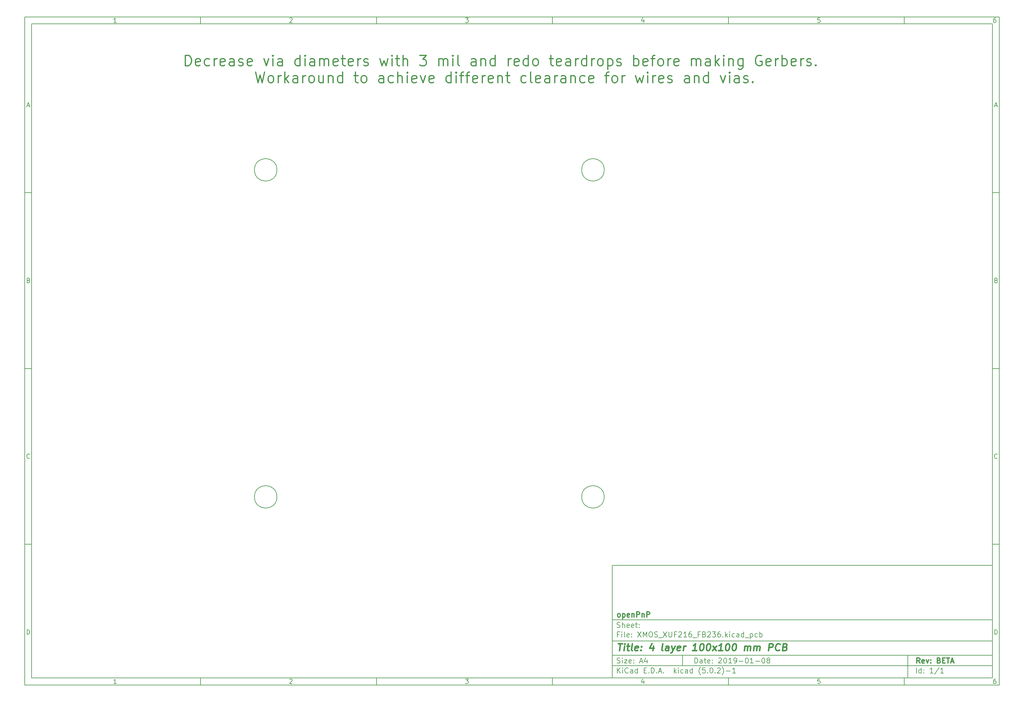
<source format=gbr>
G04 #@! TF.GenerationSoftware,KiCad,Pcbnew,(5.0.2)-1*
G04 #@! TF.CreationDate,2019-01-08T06:01:03+01:00*
G04 #@! TF.ProjectId,XMOS_XUF216_FB236,584d4f53-5f58-4554-9632-31365f464232,BETA*
G04 #@! TF.SameCoordinates,Original*
G04 #@! TF.FileFunction,Other,Comment*
%FSLAX46Y46*%
G04 Gerber Fmt 4.6, Leading zero omitted, Abs format (unit mm)*
G04 Created by KiCad (PCBNEW (5.0.2)-1) date 2019-01-08 06:01:03*
%MOMM*%
%LPD*%
G01*
G04 APERTURE LIST*
%ADD10C,0.100000*%
%ADD11C,0.150000*%
%ADD12C,0.300000*%
%ADD13C,0.400000*%
G04 APERTURE END LIST*
D10*
D11*
X177002200Y-166007200D02*
X177002200Y-198007200D01*
X285002200Y-198007200D01*
X285002200Y-166007200D01*
X177002200Y-166007200D01*
D10*
D11*
X10000000Y-10000000D02*
X10000000Y-200007200D01*
X287002200Y-200007200D01*
X287002200Y-10000000D01*
X10000000Y-10000000D01*
D10*
D11*
X12000000Y-12000000D02*
X12000000Y-198007200D01*
X285002200Y-198007200D01*
X285002200Y-12000000D01*
X12000000Y-12000000D01*
D10*
D11*
X60000000Y-12000000D02*
X60000000Y-10000000D01*
D10*
D11*
X110000000Y-12000000D02*
X110000000Y-10000000D01*
D10*
D11*
X160000000Y-12000000D02*
X160000000Y-10000000D01*
D10*
D11*
X210000000Y-12000000D02*
X210000000Y-10000000D01*
D10*
D11*
X260000000Y-12000000D02*
X260000000Y-10000000D01*
D10*
D11*
X36065476Y-11588095D02*
X35322619Y-11588095D01*
X35694047Y-11588095D02*
X35694047Y-10288095D01*
X35570238Y-10473809D01*
X35446428Y-10597619D01*
X35322619Y-10659523D01*
D10*
D11*
X85322619Y-10411904D02*
X85384523Y-10350000D01*
X85508333Y-10288095D01*
X85817857Y-10288095D01*
X85941666Y-10350000D01*
X86003571Y-10411904D01*
X86065476Y-10535714D01*
X86065476Y-10659523D01*
X86003571Y-10845238D01*
X85260714Y-11588095D01*
X86065476Y-11588095D01*
D10*
D11*
X135260714Y-10288095D02*
X136065476Y-10288095D01*
X135632142Y-10783333D01*
X135817857Y-10783333D01*
X135941666Y-10845238D01*
X136003571Y-10907142D01*
X136065476Y-11030952D01*
X136065476Y-11340476D01*
X136003571Y-11464285D01*
X135941666Y-11526190D01*
X135817857Y-11588095D01*
X135446428Y-11588095D01*
X135322619Y-11526190D01*
X135260714Y-11464285D01*
D10*
D11*
X185941666Y-10721428D02*
X185941666Y-11588095D01*
X185632142Y-10226190D02*
X185322619Y-11154761D01*
X186127380Y-11154761D01*
D10*
D11*
X236003571Y-10288095D02*
X235384523Y-10288095D01*
X235322619Y-10907142D01*
X235384523Y-10845238D01*
X235508333Y-10783333D01*
X235817857Y-10783333D01*
X235941666Y-10845238D01*
X236003571Y-10907142D01*
X236065476Y-11030952D01*
X236065476Y-11340476D01*
X236003571Y-11464285D01*
X235941666Y-11526190D01*
X235817857Y-11588095D01*
X235508333Y-11588095D01*
X235384523Y-11526190D01*
X235322619Y-11464285D01*
D10*
D11*
X285941666Y-10288095D02*
X285694047Y-10288095D01*
X285570238Y-10350000D01*
X285508333Y-10411904D01*
X285384523Y-10597619D01*
X285322619Y-10845238D01*
X285322619Y-11340476D01*
X285384523Y-11464285D01*
X285446428Y-11526190D01*
X285570238Y-11588095D01*
X285817857Y-11588095D01*
X285941666Y-11526190D01*
X286003571Y-11464285D01*
X286065476Y-11340476D01*
X286065476Y-11030952D01*
X286003571Y-10907142D01*
X285941666Y-10845238D01*
X285817857Y-10783333D01*
X285570238Y-10783333D01*
X285446428Y-10845238D01*
X285384523Y-10907142D01*
X285322619Y-11030952D01*
D10*
D11*
X60000000Y-198007200D02*
X60000000Y-200007200D01*
D10*
D11*
X110000000Y-198007200D02*
X110000000Y-200007200D01*
D10*
D11*
X160000000Y-198007200D02*
X160000000Y-200007200D01*
D10*
D11*
X210000000Y-198007200D02*
X210000000Y-200007200D01*
D10*
D11*
X260000000Y-198007200D02*
X260000000Y-200007200D01*
D10*
D11*
X36065476Y-199595295D02*
X35322619Y-199595295D01*
X35694047Y-199595295D02*
X35694047Y-198295295D01*
X35570238Y-198481009D01*
X35446428Y-198604819D01*
X35322619Y-198666723D01*
D10*
D11*
X85322619Y-198419104D02*
X85384523Y-198357200D01*
X85508333Y-198295295D01*
X85817857Y-198295295D01*
X85941666Y-198357200D01*
X86003571Y-198419104D01*
X86065476Y-198542914D01*
X86065476Y-198666723D01*
X86003571Y-198852438D01*
X85260714Y-199595295D01*
X86065476Y-199595295D01*
D10*
D11*
X135260714Y-198295295D02*
X136065476Y-198295295D01*
X135632142Y-198790533D01*
X135817857Y-198790533D01*
X135941666Y-198852438D01*
X136003571Y-198914342D01*
X136065476Y-199038152D01*
X136065476Y-199347676D01*
X136003571Y-199471485D01*
X135941666Y-199533390D01*
X135817857Y-199595295D01*
X135446428Y-199595295D01*
X135322619Y-199533390D01*
X135260714Y-199471485D01*
D10*
D11*
X185941666Y-198728628D02*
X185941666Y-199595295D01*
X185632142Y-198233390D02*
X185322619Y-199161961D01*
X186127380Y-199161961D01*
D10*
D11*
X236003571Y-198295295D02*
X235384523Y-198295295D01*
X235322619Y-198914342D01*
X235384523Y-198852438D01*
X235508333Y-198790533D01*
X235817857Y-198790533D01*
X235941666Y-198852438D01*
X236003571Y-198914342D01*
X236065476Y-199038152D01*
X236065476Y-199347676D01*
X236003571Y-199471485D01*
X235941666Y-199533390D01*
X235817857Y-199595295D01*
X235508333Y-199595295D01*
X235384523Y-199533390D01*
X235322619Y-199471485D01*
D10*
D11*
X285941666Y-198295295D02*
X285694047Y-198295295D01*
X285570238Y-198357200D01*
X285508333Y-198419104D01*
X285384523Y-198604819D01*
X285322619Y-198852438D01*
X285322619Y-199347676D01*
X285384523Y-199471485D01*
X285446428Y-199533390D01*
X285570238Y-199595295D01*
X285817857Y-199595295D01*
X285941666Y-199533390D01*
X286003571Y-199471485D01*
X286065476Y-199347676D01*
X286065476Y-199038152D01*
X286003571Y-198914342D01*
X285941666Y-198852438D01*
X285817857Y-198790533D01*
X285570238Y-198790533D01*
X285446428Y-198852438D01*
X285384523Y-198914342D01*
X285322619Y-199038152D01*
D10*
D11*
X10000000Y-60000000D02*
X12000000Y-60000000D01*
D10*
D11*
X10000000Y-110000000D02*
X12000000Y-110000000D01*
D10*
D11*
X10000000Y-160000000D02*
X12000000Y-160000000D01*
D10*
D11*
X10690476Y-35216666D02*
X11309523Y-35216666D01*
X10566666Y-35588095D02*
X11000000Y-34288095D01*
X11433333Y-35588095D01*
D10*
D11*
X11092857Y-84907142D02*
X11278571Y-84969047D01*
X11340476Y-85030952D01*
X11402380Y-85154761D01*
X11402380Y-85340476D01*
X11340476Y-85464285D01*
X11278571Y-85526190D01*
X11154761Y-85588095D01*
X10659523Y-85588095D01*
X10659523Y-84288095D01*
X11092857Y-84288095D01*
X11216666Y-84350000D01*
X11278571Y-84411904D01*
X11340476Y-84535714D01*
X11340476Y-84659523D01*
X11278571Y-84783333D01*
X11216666Y-84845238D01*
X11092857Y-84907142D01*
X10659523Y-84907142D01*
D10*
D11*
X11402380Y-135464285D02*
X11340476Y-135526190D01*
X11154761Y-135588095D01*
X11030952Y-135588095D01*
X10845238Y-135526190D01*
X10721428Y-135402380D01*
X10659523Y-135278571D01*
X10597619Y-135030952D01*
X10597619Y-134845238D01*
X10659523Y-134597619D01*
X10721428Y-134473809D01*
X10845238Y-134350000D01*
X11030952Y-134288095D01*
X11154761Y-134288095D01*
X11340476Y-134350000D01*
X11402380Y-134411904D01*
D10*
D11*
X10659523Y-185588095D02*
X10659523Y-184288095D01*
X10969047Y-184288095D01*
X11154761Y-184350000D01*
X11278571Y-184473809D01*
X11340476Y-184597619D01*
X11402380Y-184845238D01*
X11402380Y-185030952D01*
X11340476Y-185278571D01*
X11278571Y-185402380D01*
X11154761Y-185526190D01*
X10969047Y-185588095D01*
X10659523Y-185588095D01*
D10*
D11*
X287002200Y-60000000D02*
X285002200Y-60000000D01*
D10*
D11*
X287002200Y-110000000D02*
X285002200Y-110000000D01*
D10*
D11*
X287002200Y-160000000D02*
X285002200Y-160000000D01*
D10*
D11*
X285692676Y-35216666D02*
X286311723Y-35216666D01*
X285568866Y-35588095D02*
X286002200Y-34288095D01*
X286435533Y-35588095D01*
D10*
D11*
X286095057Y-84907142D02*
X286280771Y-84969047D01*
X286342676Y-85030952D01*
X286404580Y-85154761D01*
X286404580Y-85340476D01*
X286342676Y-85464285D01*
X286280771Y-85526190D01*
X286156961Y-85588095D01*
X285661723Y-85588095D01*
X285661723Y-84288095D01*
X286095057Y-84288095D01*
X286218866Y-84350000D01*
X286280771Y-84411904D01*
X286342676Y-84535714D01*
X286342676Y-84659523D01*
X286280771Y-84783333D01*
X286218866Y-84845238D01*
X286095057Y-84907142D01*
X285661723Y-84907142D01*
D10*
D11*
X286404580Y-135464285D02*
X286342676Y-135526190D01*
X286156961Y-135588095D01*
X286033152Y-135588095D01*
X285847438Y-135526190D01*
X285723628Y-135402380D01*
X285661723Y-135278571D01*
X285599819Y-135030952D01*
X285599819Y-134845238D01*
X285661723Y-134597619D01*
X285723628Y-134473809D01*
X285847438Y-134350000D01*
X286033152Y-134288095D01*
X286156961Y-134288095D01*
X286342676Y-134350000D01*
X286404580Y-134411904D01*
D10*
D11*
X285661723Y-185588095D02*
X285661723Y-184288095D01*
X285971247Y-184288095D01*
X286156961Y-184350000D01*
X286280771Y-184473809D01*
X286342676Y-184597619D01*
X286404580Y-184845238D01*
X286404580Y-185030952D01*
X286342676Y-185278571D01*
X286280771Y-185402380D01*
X286156961Y-185526190D01*
X285971247Y-185588095D01*
X285661723Y-185588095D01*
D10*
D11*
X200434342Y-193785771D02*
X200434342Y-192285771D01*
X200791485Y-192285771D01*
X201005771Y-192357200D01*
X201148628Y-192500057D01*
X201220057Y-192642914D01*
X201291485Y-192928628D01*
X201291485Y-193142914D01*
X201220057Y-193428628D01*
X201148628Y-193571485D01*
X201005771Y-193714342D01*
X200791485Y-193785771D01*
X200434342Y-193785771D01*
X202577200Y-193785771D02*
X202577200Y-193000057D01*
X202505771Y-192857200D01*
X202362914Y-192785771D01*
X202077200Y-192785771D01*
X201934342Y-192857200D01*
X202577200Y-193714342D02*
X202434342Y-193785771D01*
X202077200Y-193785771D01*
X201934342Y-193714342D01*
X201862914Y-193571485D01*
X201862914Y-193428628D01*
X201934342Y-193285771D01*
X202077200Y-193214342D01*
X202434342Y-193214342D01*
X202577200Y-193142914D01*
X203077200Y-192785771D02*
X203648628Y-192785771D01*
X203291485Y-192285771D02*
X203291485Y-193571485D01*
X203362914Y-193714342D01*
X203505771Y-193785771D01*
X203648628Y-193785771D01*
X204720057Y-193714342D02*
X204577200Y-193785771D01*
X204291485Y-193785771D01*
X204148628Y-193714342D01*
X204077200Y-193571485D01*
X204077200Y-193000057D01*
X204148628Y-192857200D01*
X204291485Y-192785771D01*
X204577200Y-192785771D01*
X204720057Y-192857200D01*
X204791485Y-193000057D01*
X204791485Y-193142914D01*
X204077200Y-193285771D01*
X205434342Y-193642914D02*
X205505771Y-193714342D01*
X205434342Y-193785771D01*
X205362914Y-193714342D01*
X205434342Y-193642914D01*
X205434342Y-193785771D01*
X205434342Y-192857200D02*
X205505771Y-192928628D01*
X205434342Y-193000057D01*
X205362914Y-192928628D01*
X205434342Y-192857200D01*
X205434342Y-193000057D01*
X207220057Y-192428628D02*
X207291485Y-192357200D01*
X207434342Y-192285771D01*
X207791485Y-192285771D01*
X207934342Y-192357200D01*
X208005771Y-192428628D01*
X208077200Y-192571485D01*
X208077200Y-192714342D01*
X208005771Y-192928628D01*
X207148628Y-193785771D01*
X208077200Y-193785771D01*
X209005771Y-192285771D02*
X209148628Y-192285771D01*
X209291485Y-192357200D01*
X209362914Y-192428628D01*
X209434342Y-192571485D01*
X209505771Y-192857200D01*
X209505771Y-193214342D01*
X209434342Y-193500057D01*
X209362914Y-193642914D01*
X209291485Y-193714342D01*
X209148628Y-193785771D01*
X209005771Y-193785771D01*
X208862914Y-193714342D01*
X208791485Y-193642914D01*
X208720057Y-193500057D01*
X208648628Y-193214342D01*
X208648628Y-192857200D01*
X208720057Y-192571485D01*
X208791485Y-192428628D01*
X208862914Y-192357200D01*
X209005771Y-192285771D01*
X210934342Y-193785771D02*
X210077200Y-193785771D01*
X210505771Y-193785771D02*
X210505771Y-192285771D01*
X210362914Y-192500057D01*
X210220057Y-192642914D01*
X210077200Y-192714342D01*
X211648628Y-193785771D02*
X211934342Y-193785771D01*
X212077200Y-193714342D01*
X212148628Y-193642914D01*
X212291485Y-193428628D01*
X212362914Y-193142914D01*
X212362914Y-192571485D01*
X212291485Y-192428628D01*
X212220057Y-192357200D01*
X212077200Y-192285771D01*
X211791485Y-192285771D01*
X211648628Y-192357200D01*
X211577200Y-192428628D01*
X211505771Y-192571485D01*
X211505771Y-192928628D01*
X211577200Y-193071485D01*
X211648628Y-193142914D01*
X211791485Y-193214342D01*
X212077200Y-193214342D01*
X212220057Y-193142914D01*
X212291485Y-193071485D01*
X212362914Y-192928628D01*
X213005771Y-193214342D02*
X214148628Y-193214342D01*
X215148628Y-192285771D02*
X215291485Y-192285771D01*
X215434342Y-192357200D01*
X215505771Y-192428628D01*
X215577200Y-192571485D01*
X215648628Y-192857200D01*
X215648628Y-193214342D01*
X215577200Y-193500057D01*
X215505771Y-193642914D01*
X215434342Y-193714342D01*
X215291485Y-193785771D01*
X215148628Y-193785771D01*
X215005771Y-193714342D01*
X214934342Y-193642914D01*
X214862914Y-193500057D01*
X214791485Y-193214342D01*
X214791485Y-192857200D01*
X214862914Y-192571485D01*
X214934342Y-192428628D01*
X215005771Y-192357200D01*
X215148628Y-192285771D01*
X217077200Y-193785771D02*
X216220057Y-193785771D01*
X216648628Y-193785771D02*
X216648628Y-192285771D01*
X216505771Y-192500057D01*
X216362914Y-192642914D01*
X216220057Y-192714342D01*
X217720057Y-193214342D02*
X218862914Y-193214342D01*
X219862914Y-192285771D02*
X220005771Y-192285771D01*
X220148628Y-192357200D01*
X220220057Y-192428628D01*
X220291485Y-192571485D01*
X220362914Y-192857200D01*
X220362914Y-193214342D01*
X220291485Y-193500057D01*
X220220057Y-193642914D01*
X220148628Y-193714342D01*
X220005771Y-193785771D01*
X219862914Y-193785771D01*
X219720057Y-193714342D01*
X219648628Y-193642914D01*
X219577200Y-193500057D01*
X219505771Y-193214342D01*
X219505771Y-192857200D01*
X219577200Y-192571485D01*
X219648628Y-192428628D01*
X219720057Y-192357200D01*
X219862914Y-192285771D01*
X221220057Y-192928628D02*
X221077200Y-192857200D01*
X221005771Y-192785771D01*
X220934342Y-192642914D01*
X220934342Y-192571485D01*
X221005771Y-192428628D01*
X221077200Y-192357200D01*
X221220057Y-192285771D01*
X221505771Y-192285771D01*
X221648628Y-192357200D01*
X221720057Y-192428628D01*
X221791485Y-192571485D01*
X221791485Y-192642914D01*
X221720057Y-192785771D01*
X221648628Y-192857200D01*
X221505771Y-192928628D01*
X221220057Y-192928628D01*
X221077200Y-193000057D01*
X221005771Y-193071485D01*
X220934342Y-193214342D01*
X220934342Y-193500057D01*
X221005771Y-193642914D01*
X221077200Y-193714342D01*
X221220057Y-193785771D01*
X221505771Y-193785771D01*
X221648628Y-193714342D01*
X221720057Y-193642914D01*
X221791485Y-193500057D01*
X221791485Y-193214342D01*
X221720057Y-193071485D01*
X221648628Y-193000057D01*
X221505771Y-192928628D01*
D10*
D11*
X177002200Y-194507200D02*
X285002200Y-194507200D01*
D10*
D11*
X178434342Y-196585771D02*
X178434342Y-195085771D01*
X179291485Y-196585771D02*
X178648628Y-195728628D01*
X179291485Y-195085771D02*
X178434342Y-195942914D01*
X179934342Y-196585771D02*
X179934342Y-195585771D01*
X179934342Y-195085771D02*
X179862914Y-195157200D01*
X179934342Y-195228628D01*
X180005771Y-195157200D01*
X179934342Y-195085771D01*
X179934342Y-195228628D01*
X181505771Y-196442914D02*
X181434342Y-196514342D01*
X181220057Y-196585771D01*
X181077200Y-196585771D01*
X180862914Y-196514342D01*
X180720057Y-196371485D01*
X180648628Y-196228628D01*
X180577200Y-195942914D01*
X180577200Y-195728628D01*
X180648628Y-195442914D01*
X180720057Y-195300057D01*
X180862914Y-195157200D01*
X181077200Y-195085771D01*
X181220057Y-195085771D01*
X181434342Y-195157200D01*
X181505771Y-195228628D01*
X182791485Y-196585771D02*
X182791485Y-195800057D01*
X182720057Y-195657200D01*
X182577200Y-195585771D01*
X182291485Y-195585771D01*
X182148628Y-195657200D01*
X182791485Y-196514342D02*
X182648628Y-196585771D01*
X182291485Y-196585771D01*
X182148628Y-196514342D01*
X182077200Y-196371485D01*
X182077200Y-196228628D01*
X182148628Y-196085771D01*
X182291485Y-196014342D01*
X182648628Y-196014342D01*
X182791485Y-195942914D01*
X184148628Y-196585771D02*
X184148628Y-195085771D01*
X184148628Y-196514342D02*
X184005771Y-196585771D01*
X183720057Y-196585771D01*
X183577200Y-196514342D01*
X183505771Y-196442914D01*
X183434342Y-196300057D01*
X183434342Y-195871485D01*
X183505771Y-195728628D01*
X183577200Y-195657200D01*
X183720057Y-195585771D01*
X184005771Y-195585771D01*
X184148628Y-195657200D01*
X186005771Y-195800057D02*
X186505771Y-195800057D01*
X186720057Y-196585771D02*
X186005771Y-196585771D01*
X186005771Y-195085771D01*
X186720057Y-195085771D01*
X187362914Y-196442914D02*
X187434342Y-196514342D01*
X187362914Y-196585771D01*
X187291485Y-196514342D01*
X187362914Y-196442914D01*
X187362914Y-196585771D01*
X188077200Y-196585771D02*
X188077200Y-195085771D01*
X188434342Y-195085771D01*
X188648628Y-195157200D01*
X188791485Y-195300057D01*
X188862914Y-195442914D01*
X188934342Y-195728628D01*
X188934342Y-195942914D01*
X188862914Y-196228628D01*
X188791485Y-196371485D01*
X188648628Y-196514342D01*
X188434342Y-196585771D01*
X188077200Y-196585771D01*
X189577200Y-196442914D02*
X189648628Y-196514342D01*
X189577200Y-196585771D01*
X189505771Y-196514342D01*
X189577200Y-196442914D01*
X189577200Y-196585771D01*
X190220057Y-196157200D02*
X190934342Y-196157200D01*
X190077200Y-196585771D02*
X190577200Y-195085771D01*
X191077200Y-196585771D01*
X191577200Y-196442914D02*
X191648628Y-196514342D01*
X191577200Y-196585771D01*
X191505771Y-196514342D01*
X191577200Y-196442914D01*
X191577200Y-196585771D01*
X194577200Y-196585771D02*
X194577200Y-195085771D01*
X194720057Y-196014342D02*
X195148628Y-196585771D01*
X195148628Y-195585771D02*
X194577200Y-196157200D01*
X195791485Y-196585771D02*
X195791485Y-195585771D01*
X195791485Y-195085771D02*
X195720057Y-195157200D01*
X195791485Y-195228628D01*
X195862914Y-195157200D01*
X195791485Y-195085771D01*
X195791485Y-195228628D01*
X197148628Y-196514342D02*
X197005771Y-196585771D01*
X196720057Y-196585771D01*
X196577200Y-196514342D01*
X196505771Y-196442914D01*
X196434342Y-196300057D01*
X196434342Y-195871485D01*
X196505771Y-195728628D01*
X196577200Y-195657200D01*
X196720057Y-195585771D01*
X197005771Y-195585771D01*
X197148628Y-195657200D01*
X198434342Y-196585771D02*
X198434342Y-195800057D01*
X198362914Y-195657200D01*
X198220057Y-195585771D01*
X197934342Y-195585771D01*
X197791485Y-195657200D01*
X198434342Y-196514342D02*
X198291485Y-196585771D01*
X197934342Y-196585771D01*
X197791485Y-196514342D01*
X197720057Y-196371485D01*
X197720057Y-196228628D01*
X197791485Y-196085771D01*
X197934342Y-196014342D01*
X198291485Y-196014342D01*
X198434342Y-195942914D01*
X199791485Y-196585771D02*
X199791485Y-195085771D01*
X199791485Y-196514342D02*
X199648628Y-196585771D01*
X199362914Y-196585771D01*
X199220057Y-196514342D01*
X199148628Y-196442914D01*
X199077200Y-196300057D01*
X199077200Y-195871485D01*
X199148628Y-195728628D01*
X199220057Y-195657200D01*
X199362914Y-195585771D01*
X199648628Y-195585771D01*
X199791485Y-195657200D01*
X202077200Y-197157200D02*
X202005771Y-197085771D01*
X201862914Y-196871485D01*
X201791485Y-196728628D01*
X201720057Y-196514342D01*
X201648628Y-196157200D01*
X201648628Y-195871485D01*
X201720057Y-195514342D01*
X201791485Y-195300057D01*
X201862914Y-195157200D01*
X202005771Y-194942914D01*
X202077200Y-194871485D01*
X203362914Y-195085771D02*
X202648628Y-195085771D01*
X202577200Y-195800057D01*
X202648628Y-195728628D01*
X202791485Y-195657200D01*
X203148628Y-195657200D01*
X203291485Y-195728628D01*
X203362914Y-195800057D01*
X203434342Y-195942914D01*
X203434342Y-196300057D01*
X203362914Y-196442914D01*
X203291485Y-196514342D01*
X203148628Y-196585771D01*
X202791485Y-196585771D01*
X202648628Y-196514342D01*
X202577200Y-196442914D01*
X204077200Y-196442914D02*
X204148628Y-196514342D01*
X204077200Y-196585771D01*
X204005771Y-196514342D01*
X204077200Y-196442914D01*
X204077200Y-196585771D01*
X205077200Y-195085771D02*
X205220057Y-195085771D01*
X205362914Y-195157200D01*
X205434342Y-195228628D01*
X205505771Y-195371485D01*
X205577200Y-195657200D01*
X205577200Y-196014342D01*
X205505771Y-196300057D01*
X205434342Y-196442914D01*
X205362914Y-196514342D01*
X205220057Y-196585771D01*
X205077200Y-196585771D01*
X204934342Y-196514342D01*
X204862914Y-196442914D01*
X204791485Y-196300057D01*
X204720057Y-196014342D01*
X204720057Y-195657200D01*
X204791485Y-195371485D01*
X204862914Y-195228628D01*
X204934342Y-195157200D01*
X205077200Y-195085771D01*
X206220057Y-196442914D02*
X206291485Y-196514342D01*
X206220057Y-196585771D01*
X206148628Y-196514342D01*
X206220057Y-196442914D01*
X206220057Y-196585771D01*
X206862914Y-195228628D02*
X206934342Y-195157200D01*
X207077200Y-195085771D01*
X207434342Y-195085771D01*
X207577200Y-195157200D01*
X207648628Y-195228628D01*
X207720057Y-195371485D01*
X207720057Y-195514342D01*
X207648628Y-195728628D01*
X206791485Y-196585771D01*
X207720057Y-196585771D01*
X208220057Y-197157200D02*
X208291485Y-197085771D01*
X208434342Y-196871485D01*
X208505771Y-196728628D01*
X208577200Y-196514342D01*
X208648628Y-196157200D01*
X208648628Y-195871485D01*
X208577200Y-195514342D01*
X208505771Y-195300057D01*
X208434342Y-195157200D01*
X208291485Y-194942914D01*
X208220057Y-194871485D01*
X209362914Y-196014342D02*
X210505771Y-196014342D01*
X212005771Y-196585771D02*
X211148628Y-196585771D01*
X211577200Y-196585771D02*
X211577200Y-195085771D01*
X211434342Y-195300057D01*
X211291485Y-195442914D01*
X211148628Y-195514342D01*
D10*
D11*
X177002200Y-191507200D02*
X285002200Y-191507200D01*
D10*
D12*
X264411485Y-193785771D02*
X263911485Y-193071485D01*
X263554342Y-193785771D02*
X263554342Y-192285771D01*
X264125771Y-192285771D01*
X264268628Y-192357200D01*
X264340057Y-192428628D01*
X264411485Y-192571485D01*
X264411485Y-192785771D01*
X264340057Y-192928628D01*
X264268628Y-193000057D01*
X264125771Y-193071485D01*
X263554342Y-193071485D01*
X265625771Y-193714342D02*
X265482914Y-193785771D01*
X265197200Y-193785771D01*
X265054342Y-193714342D01*
X264982914Y-193571485D01*
X264982914Y-193000057D01*
X265054342Y-192857200D01*
X265197200Y-192785771D01*
X265482914Y-192785771D01*
X265625771Y-192857200D01*
X265697200Y-193000057D01*
X265697200Y-193142914D01*
X264982914Y-193285771D01*
X266197200Y-192785771D02*
X266554342Y-193785771D01*
X266911485Y-192785771D01*
X267482914Y-193642914D02*
X267554342Y-193714342D01*
X267482914Y-193785771D01*
X267411485Y-193714342D01*
X267482914Y-193642914D01*
X267482914Y-193785771D01*
X267482914Y-192857200D02*
X267554342Y-192928628D01*
X267482914Y-193000057D01*
X267411485Y-192928628D01*
X267482914Y-192857200D01*
X267482914Y-193000057D01*
X269840057Y-193000057D02*
X270054342Y-193071485D01*
X270125771Y-193142914D01*
X270197200Y-193285771D01*
X270197200Y-193500057D01*
X270125771Y-193642914D01*
X270054342Y-193714342D01*
X269911485Y-193785771D01*
X269340057Y-193785771D01*
X269340057Y-192285771D01*
X269840057Y-192285771D01*
X269982914Y-192357200D01*
X270054342Y-192428628D01*
X270125771Y-192571485D01*
X270125771Y-192714342D01*
X270054342Y-192857200D01*
X269982914Y-192928628D01*
X269840057Y-193000057D01*
X269340057Y-193000057D01*
X270840057Y-193000057D02*
X271340057Y-193000057D01*
X271554342Y-193785771D02*
X270840057Y-193785771D01*
X270840057Y-192285771D01*
X271554342Y-192285771D01*
X271982914Y-192285771D02*
X272840057Y-192285771D01*
X272411485Y-193785771D02*
X272411485Y-192285771D01*
X273268628Y-193357200D02*
X273982914Y-193357200D01*
X273125771Y-193785771D02*
X273625771Y-192285771D01*
X274125771Y-193785771D01*
D10*
D11*
X178362914Y-193714342D02*
X178577200Y-193785771D01*
X178934342Y-193785771D01*
X179077200Y-193714342D01*
X179148628Y-193642914D01*
X179220057Y-193500057D01*
X179220057Y-193357200D01*
X179148628Y-193214342D01*
X179077200Y-193142914D01*
X178934342Y-193071485D01*
X178648628Y-193000057D01*
X178505771Y-192928628D01*
X178434342Y-192857200D01*
X178362914Y-192714342D01*
X178362914Y-192571485D01*
X178434342Y-192428628D01*
X178505771Y-192357200D01*
X178648628Y-192285771D01*
X179005771Y-192285771D01*
X179220057Y-192357200D01*
X179862914Y-193785771D02*
X179862914Y-192785771D01*
X179862914Y-192285771D02*
X179791485Y-192357200D01*
X179862914Y-192428628D01*
X179934342Y-192357200D01*
X179862914Y-192285771D01*
X179862914Y-192428628D01*
X180434342Y-192785771D02*
X181220057Y-192785771D01*
X180434342Y-193785771D01*
X181220057Y-193785771D01*
X182362914Y-193714342D02*
X182220057Y-193785771D01*
X181934342Y-193785771D01*
X181791485Y-193714342D01*
X181720057Y-193571485D01*
X181720057Y-193000057D01*
X181791485Y-192857200D01*
X181934342Y-192785771D01*
X182220057Y-192785771D01*
X182362914Y-192857200D01*
X182434342Y-193000057D01*
X182434342Y-193142914D01*
X181720057Y-193285771D01*
X183077200Y-193642914D02*
X183148628Y-193714342D01*
X183077200Y-193785771D01*
X183005771Y-193714342D01*
X183077200Y-193642914D01*
X183077200Y-193785771D01*
X183077200Y-192857200D02*
X183148628Y-192928628D01*
X183077200Y-193000057D01*
X183005771Y-192928628D01*
X183077200Y-192857200D01*
X183077200Y-193000057D01*
X184862914Y-193357200D02*
X185577200Y-193357200D01*
X184720057Y-193785771D02*
X185220057Y-192285771D01*
X185720057Y-193785771D01*
X186862914Y-192785771D02*
X186862914Y-193785771D01*
X186505771Y-192214342D02*
X186148628Y-193285771D01*
X187077200Y-193285771D01*
D10*
D11*
X263434342Y-196585771D02*
X263434342Y-195085771D01*
X264791485Y-196585771D02*
X264791485Y-195085771D01*
X264791485Y-196514342D02*
X264648628Y-196585771D01*
X264362914Y-196585771D01*
X264220057Y-196514342D01*
X264148628Y-196442914D01*
X264077200Y-196300057D01*
X264077200Y-195871485D01*
X264148628Y-195728628D01*
X264220057Y-195657200D01*
X264362914Y-195585771D01*
X264648628Y-195585771D01*
X264791485Y-195657200D01*
X265505771Y-196442914D02*
X265577200Y-196514342D01*
X265505771Y-196585771D01*
X265434342Y-196514342D01*
X265505771Y-196442914D01*
X265505771Y-196585771D01*
X265505771Y-195657200D02*
X265577200Y-195728628D01*
X265505771Y-195800057D01*
X265434342Y-195728628D01*
X265505771Y-195657200D01*
X265505771Y-195800057D01*
X268148628Y-196585771D02*
X267291485Y-196585771D01*
X267720057Y-196585771D02*
X267720057Y-195085771D01*
X267577200Y-195300057D01*
X267434342Y-195442914D01*
X267291485Y-195514342D01*
X269862914Y-195014342D02*
X268577200Y-196942914D01*
X271148628Y-196585771D02*
X270291485Y-196585771D01*
X270720057Y-196585771D02*
X270720057Y-195085771D01*
X270577200Y-195300057D01*
X270434342Y-195442914D01*
X270291485Y-195514342D01*
D10*
D11*
X177002200Y-187507200D02*
X285002200Y-187507200D01*
D10*
D13*
X178714580Y-188211961D02*
X179857438Y-188211961D01*
X179036009Y-190211961D02*
X179286009Y-188211961D01*
X180274104Y-190211961D02*
X180440771Y-188878628D01*
X180524104Y-188211961D02*
X180416961Y-188307200D01*
X180500295Y-188402438D01*
X180607438Y-188307200D01*
X180524104Y-188211961D01*
X180500295Y-188402438D01*
X181107438Y-188878628D02*
X181869342Y-188878628D01*
X181476485Y-188211961D02*
X181262200Y-189926247D01*
X181333628Y-190116723D01*
X181512200Y-190211961D01*
X181702676Y-190211961D01*
X182655057Y-190211961D02*
X182476485Y-190116723D01*
X182405057Y-189926247D01*
X182619342Y-188211961D01*
X184190771Y-190116723D02*
X183988390Y-190211961D01*
X183607438Y-190211961D01*
X183428866Y-190116723D01*
X183357438Y-189926247D01*
X183452676Y-189164342D01*
X183571723Y-188973866D01*
X183774104Y-188878628D01*
X184155057Y-188878628D01*
X184333628Y-188973866D01*
X184405057Y-189164342D01*
X184381247Y-189354819D01*
X183405057Y-189545295D01*
X185155057Y-190021485D02*
X185238390Y-190116723D01*
X185131247Y-190211961D01*
X185047914Y-190116723D01*
X185155057Y-190021485D01*
X185131247Y-190211961D01*
X185286009Y-188973866D02*
X185369342Y-189069104D01*
X185262200Y-189164342D01*
X185178866Y-189069104D01*
X185286009Y-188973866D01*
X185262200Y-189164342D01*
X188631247Y-188878628D02*
X188464580Y-190211961D01*
X188250295Y-188116723D02*
X187595533Y-189545295D01*
X188833628Y-189545295D01*
X191321723Y-190211961D02*
X191143152Y-190116723D01*
X191071723Y-189926247D01*
X191286009Y-188211961D01*
X192940771Y-190211961D02*
X193071723Y-189164342D01*
X193000295Y-188973866D01*
X192821723Y-188878628D01*
X192440771Y-188878628D01*
X192238390Y-188973866D01*
X192952676Y-190116723D02*
X192750295Y-190211961D01*
X192274104Y-190211961D01*
X192095533Y-190116723D01*
X192024104Y-189926247D01*
X192047914Y-189735771D01*
X192166961Y-189545295D01*
X192369342Y-189450057D01*
X192845533Y-189450057D01*
X193047914Y-189354819D01*
X193869342Y-188878628D02*
X194178866Y-190211961D01*
X194821723Y-188878628D02*
X194178866Y-190211961D01*
X193928866Y-190688152D01*
X193821723Y-190783390D01*
X193619342Y-190878628D01*
X196190771Y-190116723D02*
X195988390Y-190211961D01*
X195607438Y-190211961D01*
X195428866Y-190116723D01*
X195357438Y-189926247D01*
X195452676Y-189164342D01*
X195571723Y-188973866D01*
X195774104Y-188878628D01*
X196155057Y-188878628D01*
X196333628Y-188973866D01*
X196405057Y-189164342D01*
X196381247Y-189354819D01*
X195405057Y-189545295D01*
X197131247Y-190211961D02*
X197297914Y-188878628D01*
X197250295Y-189259580D02*
X197369342Y-189069104D01*
X197476485Y-188973866D01*
X197678866Y-188878628D01*
X197869342Y-188878628D01*
X200940771Y-190211961D02*
X199797914Y-190211961D01*
X200369342Y-190211961D02*
X200619342Y-188211961D01*
X200393152Y-188497676D01*
X200178866Y-188688152D01*
X199976485Y-188783390D01*
X202428866Y-188211961D02*
X202619342Y-188211961D01*
X202797914Y-188307200D01*
X202881247Y-188402438D01*
X202952676Y-188592914D01*
X203000295Y-188973866D01*
X202940771Y-189450057D01*
X202797914Y-189831009D01*
X202678866Y-190021485D01*
X202571723Y-190116723D01*
X202369342Y-190211961D01*
X202178866Y-190211961D01*
X202000295Y-190116723D01*
X201916961Y-190021485D01*
X201845533Y-189831009D01*
X201797914Y-189450057D01*
X201857438Y-188973866D01*
X202000295Y-188592914D01*
X202119342Y-188402438D01*
X202226485Y-188307200D01*
X202428866Y-188211961D01*
X204333628Y-188211961D02*
X204524104Y-188211961D01*
X204702676Y-188307200D01*
X204786009Y-188402438D01*
X204857438Y-188592914D01*
X204905057Y-188973866D01*
X204845533Y-189450057D01*
X204702676Y-189831009D01*
X204583628Y-190021485D01*
X204476485Y-190116723D01*
X204274104Y-190211961D01*
X204083628Y-190211961D01*
X203905057Y-190116723D01*
X203821723Y-190021485D01*
X203750295Y-189831009D01*
X203702676Y-189450057D01*
X203762200Y-188973866D01*
X203905057Y-188592914D01*
X204024104Y-188402438D01*
X204131247Y-188307200D01*
X204333628Y-188211961D01*
X205416961Y-190211961D02*
X206631247Y-188878628D01*
X205583628Y-188878628D02*
X206464580Y-190211961D01*
X208274104Y-190211961D02*
X207131247Y-190211961D01*
X207702676Y-190211961D02*
X207952676Y-188211961D01*
X207726485Y-188497676D01*
X207512200Y-188688152D01*
X207309819Y-188783390D01*
X209762200Y-188211961D02*
X209952676Y-188211961D01*
X210131247Y-188307200D01*
X210214580Y-188402438D01*
X210286009Y-188592914D01*
X210333628Y-188973866D01*
X210274104Y-189450057D01*
X210131247Y-189831009D01*
X210012200Y-190021485D01*
X209905057Y-190116723D01*
X209702676Y-190211961D01*
X209512200Y-190211961D01*
X209333628Y-190116723D01*
X209250295Y-190021485D01*
X209178866Y-189831009D01*
X209131247Y-189450057D01*
X209190771Y-188973866D01*
X209333628Y-188592914D01*
X209452676Y-188402438D01*
X209559819Y-188307200D01*
X209762200Y-188211961D01*
X211666961Y-188211961D02*
X211857438Y-188211961D01*
X212036009Y-188307200D01*
X212119342Y-188402438D01*
X212190771Y-188592914D01*
X212238390Y-188973866D01*
X212178866Y-189450057D01*
X212036009Y-189831009D01*
X211916961Y-190021485D01*
X211809819Y-190116723D01*
X211607438Y-190211961D01*
X211416961Y-190211961D01*
X211238390Y-190116723D01*
X211155057Y-190021485D01*
X211083628Y-189831009D01*
X211036009Y-189450057D01*
X211095533Y-188973866D01*
X211238390Y-188592914D01*
X211357438Y-188402438D01*
X211464580Y-188307200D01*
X211666961Y-188211961D01*
X214464580Y-190211961D02*
X214631247Y-188878628D01*
X214607438Y-189069104D02*
X214714580Y-188973866D01*
X214916961Y-188878628D01*
X215202676Y-188878628D01*
X215381247Y-188973866D01*
X215452676Y-189164342D01*
X215321723Y-190211961D01*
X215452676Y-189164342D02*
X215571723Y-188973866D01*
X215774104Y-188878628D01*
X216059819Y-188878628D01*
X216238390Y-188973866D01*
X216309819Y-189164342D01*
X216178866Y-190211961D01*
X217131247Y-190211961D02*
X217297914Y-188878628D01*
X217274104Y-189069104D02*
X217381247Y-188973866D01*
X217583628Y-188878628D01*
X217869342Y-188878628D01*
X218047914Y-188973866D01*
X218119342Y-189164342D01*
X217988390Y-190211961D01*
X218119342Y-189164342D02*
X218238390Y-188973866D01*
X218440771Y-188878628D01*
X218726485Y-188878628D01*
X218905057Y-188973866D01*
X218976485Y-189164342D01*
X218845533Y-190211961D01*
X221321723Y-190211961D02*
X221571723Y-188211961D01*
X222333628Y-188211961D01*
X222512199Y-188307200D01*
X222595533Y-188402438D01*
X222666961Y-188592914D01*
X222631247Y-188878628D01*
X222512199Y-189069104D01*
X222405057Y-189164342D01*
X222202676Y-189259580D01*
X221440771Y-189259580D01*
X224488390Y-190021485D02*
X224381247Y-190116723D01*
X224083628Y-190211961D01*
X223893152Y-190211961D01*
X223619342Y-190116723D01*
X223452676Y-189926247D01*
X223381247Y-189735771D01*
X223333628Y-189354819D01*
X223369342Y-189069104D01*
X223512200Y-188688152D01*
X223631247Y-188497676D01*
X223845533Y-188307200D01*
X224143152Y-188211961D01*
X224333628Y-188211961D01*
X224607438Y-188307200D01*
X224690771Y-188402438D01*
X226119342Y-189164342D02*
X226393152Y-189259580D01*
X226476485Y-189354819D01*
X226547914Y-189545295D01*
X226512199Y-189831009D01*
X226393152Y-190021485D01*
X226286009Y-190116723D01*
X226083628Y-190211961D01*
X225321723Y-190211961D01*
X225571723Y-188211961D01*
X226238390Y-188211961D01*
X226416961Y-188307200D01*
X226500295Y-188402438D01*
X226571723Y-188592914D01*
X226547914Y-188783390D01*
X226428866Y-188973866D01*
X226321723Y-189069104D01*
X226119342Y-189164342D01*
X225452676Y-189164342D01*
D10*
D11*
X178934342Y-185600057D02*
X178434342Y-185600057D01*
X178434342Y-186385771D02*
X178434342Y-184885771D01*
X179148628Y-184885771D01*
X179720057Y-186385771D02*
X179720057Y-185385771D01*
X179720057Y-184885771D02*
X179648628Y-184957200D01*
X179720057Y-185028628D01*
X179791485Y-184957200D01*
X179720057Y-184885771D01*
X179720057Y-185028628D01*
X180648628Y-186385771D02*
X180505771Y-186314342D01*
X180434342Y-186171485D01*
X180434342Y-184885771D01*
X181791485Y-186314342D02*
X181648628Y-186385771D01*
X181362914Y-186385771D01*
X181220057Y-186314342D01*
X181148628Y-186171485D01*
X181148628Y-185600057D01*
X181220057Y-185457200D01*
X181362914Y-185385771D01*
X181648628Y-185385771D01*
X181791485Y-185457200D01*
X181862914Y-185600057D01*
X181862914Y-185742914D01*
X181148628Y-185885771D01*
X182505771Y-186242914D02*
X182577200Y-186314342D01*
X182505771Y-186385771D01*
X182434342Y-186314342D01*
X182505771Y-186242914D01*
X182505771Y-186385771D01*
X182505771Y-185457200D02*
X182577200Y-185528628D01*
X182505771Y-185600057D01*
X182434342Y-185528628D01*
X182505771Y-185457200D01*
X182505771Y-185600057D01*
X184220057Y-184885771D02*
X185220057Y-186385771D01*
X185220057Y-184885771D02*
X184220057Y-186385771D01*
X185791485Y-186385771D02*
X185791485Y-184885771D01*
X186291485Y-185957200D01*
X186791485Y-184885771D01*
X186791485Y-186385771D01*
X187791485Y-184885771D02*
X188077200Y-184885771D01*
X188220057Y-184957200D01*
X188362914Y-185100057D01*
X188434342Y-185385771D01*
X188434342Y-185885771D01*
X188362914Y-186171485D01*
X188220057Y-186314342D01*
X188077200Y-186385771D01*
X187791485Y-186385771D01*
X187648628Y-186314342D01*
X187505771Y-186171485D01*
X187434342Y-185885771D01*
X187434342Y-185385771D01*
X187505771Y-185100057D01*
X187648628Y-184957200D01*
X187791485Y-184885771D01*
X189005771Y-186314342D02*
X189220057Y-186385771D01*
X189577200Y-186385771D01*
X189720057Y-186314342D01*
X189791485Y-186242914D01*
X189862914Y-186100057D01*
X189862914Y-185957200D01*
X189791485Y-185814342D01*
X189720057Y-185742914D01*
X189577200Y-185671485D01*
X189291485Y-185600057D01*
X189148628Y-185528628D01*
X189077200Y-185457200D01*
X189005771Y-185314342D01*
X189005771Y-185171485D01*
X189077200Y-185028628D01*
X189148628Y-184957200D01*
X189291485Y-184885771D01*
X189648628Y-184885771D01*
X189862914Y-184957200D01*
X190148628Y-186528628D02*
X191291485Y-186528628D01*
X191505771Y-184885771D02*
X192505771Y-186385771D01*
X192505771Y-184885771D02*
X191505771Y-186385771D01*
X193077200Y-184885771D02*
X193077200Y-186100057D01*
X193148628Y-186242914D01*
X193220057Y-186314342D01*
X193362914Y-186385771D01*
X193648628Y-186385771D01*
X193791485Y-186314342D01*
X193862914Y-186242914D01*
X193934342Y-186100057D01*
X193934342Y-184885771D01*
X195148628Y-185600057D02*
X194648628Y-185600057D01*
X194648628Y-186385771D02*
X194648628Y-184885771D01*
X195362914Y-184885771D01*
X195862914Y-185028628D02*
X195934342Y-184957200D01*
X196077200Y-184885771D01*
X196434342Y-184885771D01*
X196577200Y-184957200D01*
X196648628Y-185028628D01*
X196720057Y-185171485D01*
X196720057Y-185314342D01*
X196648628Y-185528628D01*
X195791485Y-186385771D01*
X196720057Y-186385771D01*
X198148628Y-186385771D02*
X197291485Y-186385771D01*
X197720057Y-186385771D02*
X197720057Y-184885771D01*
X197577200Y-185100057D01*
X197434342Y-185242914D01*
X197291485Y-185314342D01*
X199434342Y-184885771D02*
X199148628Y-184885771D01*
X199005771Y-184957200D01*
X198934342Y-185028628D01*
X198791485Y-185242914D01*
X198720057Y-185528628D01*
X198720057Y-186100057D01*
X198791485Y-186242914D01*
X198862914Y-186314342D01*
X199005771Y-186385771D01*
X199291485Y-186385771D01*
X199434342Y-186314342D01*
X199505771Y-186242914D01*
X199577200Y-186100057D01*
X199577200Y-185742914D01*
X199505771Y-185600057D01*
X199434342Y-185528628D01*
X199291485Y-185457200D01*
X199005771Y-185457200D01*
X198862914Y-185528628D01*
X198791485Y-185600057D01*
X198720057Y-185742914D01*
X199862914Y-186528628D02*
X201005771Y-186528628D01*
X201862914Y-185600057D02*
X201362914Y-185600057D01*
X201362914Y-186385771D02*
X201362914Y-184885771D01*
X202077200Y-184885771D01*
X203148628Y-185600057D02*
X203362914Y-185671485D01*
X203434342Y-185742914D01*
X203505771Y-185885771D01*
X203505771Y-186100057D01*
X203434342Y-186242914D01*
X203362914Y-186314342D01*
X203220057Y-186385771D01*
X202648628Y-186385771D01*
X202648628Y-184885771D01*
X203148628Y-184885771D01*
X203291485Y-184957200D01*
X203362914Y-185028628D01*
X203434342Y-185171485D01*
X203434342Y-185314342D01*
X203362914Y-185457200D01*
X203291485Y-185528628D01*
X203148628Y-185600057D01*
X202648628Y-185600057D01*
X204077200Y-185028628D02*
X204148628Y-184957200D01*
X204291485Y-184885771D01*
X204648628Y-184885771D01*
X204791485Y-184957200D01*
X204862914Y-185028628D01*
X204934342Y-185171485D01*
X204934342Y-185314342D01*
X204862914Y-185528628D01*
X204005771Y-186385771D01*
X204934342Y-186385771D01*
X205434342Y-184885771D02*
X206362914Y-184885771D01*
X205862914Y-185457200D01*
X206077200Y-185457200D01*
X206220057Y-185528628D01*
X206291485Y-185600057D01*
X206362914Y-185742914D01*
X206362914Y-186100057D01*
X206291485Y-186242914D01*
X206220057Y-186314342D01*
X206077200Y-186385771D01*
X205648628Y-186385771D01*
X205505771Y-186314342D01*
X205434342Y-186242914D01*
X207648628Y-184885771D02*
X207362914Y-184885771D01*
X207220057Y-184957200D01*
X207148628Y-185028628D01*
X207005771Y-185242914D01*
X206934342Y-185528628D01*
X206934342Y-186100057D01*
X207005771Y-186242914D01*
X207077200Y-186314342D01*
X207220057Y-186385771D01*
X207505771Y-186385771D01*
X207648628Y-186314342D01*
X207720057Y-186242914D01*
X207791485Y-186100057D01*
X207791485Y-185742914D01*
X207720057Y-185600057D01*
X207648628Y-185528628D01*
X207505771Y-185457200D01*
X207220057Y-185457200D01*
X207077200Y-185528628D01*
X207005771Y-185600057D01*
X206934342Y-185742914D01*
X208434342Y-186242914D02*
X208505771Y-186314342D01*
X208434342Y-186385771D01*
X208362914Y-186314342D01*
X208434342Y-186242914D01*
X208434342Y-186385771D01*
X209148628Y-186385771D02*
X209148628Y-184885771D01*
X209291485Y-185814342D02*
X209720057Y-186385771D01*
X209720057Y-185385771D02*
X209148628Y-185957200D01*
X210362914Y-186385771D02*
X210362914Y-185385771D01*
X210362914Y-184885771D02*
X210291485Y-184957200D01*
X210362914Y-185028628D01*
X210434342Y-184957200D01*
X210362914Y-184885771D01*
X210362914Y-185028628D01*
X211720057Y-186314342D02*
X211577200Y-186385771D01*
X211291485Y-186385771D01*
X211148628Y-186314342D01*
X211077200Y-186242914D01*
X211005771Y-186100057D01*
X211005771Y-185671485D01*
X211077200Y-185528628D01*
X211148628Y-185457200D01*
X211291485Y-185385771D01*
X211577200Y-185385771D01*
X211720057Y-185457200D01*
X213005771Y-186385771D02*
X213005771Y-185600057D01*
X212934342Y-185457200D01*
X212791485Y-185385771D01*
X212505771Y-185385771D01*
X212362914Y-185457200D01*
X213005771Y-186314342D02*
X212862914Y-186385771D01*
X212505771Y-186385771D01*
X212362914Y-186314342D01*
X212291485Y-186171485D01*
X212291485Y-186028628D01*
X212362914Y-185885771D01*
X212505771Y-185814342D01*
X212862914Y-185814342D01*
X213005771Y-185742914D01*
X214362914Y-186385771D02*
X214362914Y-184885771D01*
X214362914Y-186314342D02*
X214220057Y-186385771D01*
X213934342Y-186385771D01*
X213791485Y-186314342D01*
X213720057Y-186242914D01*
X213648628Y-186100057D01*
X213648628Y-185671485D01*
X213720057Y-185528628D01*
X213791485Y-185457200D01*
X213934342Y-185385771D01*
X214220057Y-185385771D01*
X214362914Y-185457200D01*
X214720057Y-186528628D02*
X215862914Y-186528628D01*
X216220057Y-185385771D02*
X216220057Y-186885771D01*
X216220057Y-185457200D02*
X216362914Y-185385771D01*
X216648628Y-185385771D01*
X216791485Y-185457200D01*
X216862914Y-185528628D01*
X216934342Y-185671485D01*
X216934342Y-186100057D01*
X216862914Y-186242914D01*
X216791485Y-186314342D01*
X216648628Y-186385771D01*
X216362914Y-186385771D01*
X216220057Y-186314342D01*
X218220057Y-186314342D02*
X218077200Y-186385771D01*
X217791485Y-186385771D01*
X217648628Y-186314342D01*
X217577200Y-186242914D01*
X217505771Y-186100057D01*
X217505771Y-185671485D01*
X217577200Y-185528628D01*
X217648628Y-185457200D01*
X217791485Y-185385771D01*
X218077200Y-185385771D01*
X218220057Y-185457200D01*
X218862914Y-186385771D02*
X218862914Y-184885771D01*
X218862914Y-185457200D02*
X219005771Y-185385771D01*
X219291485Y-185385771D01*
X219434342Y-185457200D01*
X219505771Y-185528628D01*
X219577200Y-185671485D01*
X219577200Y-186100057D01*
X219505771Y-186242914D01*
X219434342Y-186314342D01*
X219291485Y-186385771D01*
X219005771Y-186385771D01*
X218862914Y-186314342D01*
D10*
D11*
X177002200Y-181507200D02*
X285002200Y-181507200D01*
D10*
D11*
X178362914Y-183614342D02*
X178577200Y-183685771D01*
X178934342Y-183685771D01*
X179077200Y-183614342D01*
X179148628Y-183542914D01*
X179220057Y-183400057D01*
X179220057Y-183257200D01*
X179148628Y-183114342D01*
X179077200Y-183042914D01*
X178934342Y-182971485D01*
X178648628Y-182900057D01*
X178505771Y-182828628D01*
X178434342Y-182757200D01*
X178362914Y-182614342D01*
X178362914Y-182471485D01*
X178434342Y-182328628D01*
X178505771Y-182257200D01*
X178648628Y-182185771D01*
X179005771Y-182185771D01*
X179220057Y-182257200D01*
X179862914Y-183685771D02*
X179862914Y-182185771D01*
X180505771Y-183685771D02*
X180505771Y-182900057D01*
X180434342Y-182757200D01*
X180291485Y-182685771D01*
X180077200Y-182685771D01*
X179934342Y-182757200D01*
X179862914Y-182828628D01*
X181791485Y-183614342D02*
X181648628Y-183685771D01*
X181362914Y-183685771D01*
X181220057Y-183614342D01*
X181148628Y-183471485D01*
X181148628Y-182900057D01*
X181220057Y-182757200D01*
X181362914Y-182685771D01*
X181648628Y-182685771D01*
X181791485Y-182757200D01*
X181862914Y-182900057D01*
X181862914Y-183042914D01*
X181148628Y-183185771D01*
X183077200Y-183614342D02*
X182934342Y-183685771D01*
X182648628Y-183685771D01*
X182505771Y-183614342D01*
X182434342Y-183471485D01*
X182434342Y-182900057D01*
X182505771Y-182757200D01*
X182648628Y-182685771D01*
X182934342Y-182685771D01*
X183077200Y-182757200D01*
X183148628Y-182900057D01*
X183148628Y-183042914D01*
X182434342Y-183185771D01*
X183577200Y-182685771D02*
X184148628Y-182685771D01*
X183791485Y-182185771D02*
X183791485Y-183471485D01*
X183862914Y-183614342D01*
X184005771Y-183685771D01*
X184148628Y-183685771D01*
X184648628Y-183542914D02*
X184720057Y-183614342D01*
X184648628Y-183685771D01*
X184577200Y-183614342D01*
X184648628Y-183542914D01*
X184648628Y-183685771D01*
X184648628Y-182757200D02*
X184720057Y-182828628D01*
X184648628Y-182900057D01*
X184577200Y-182828628D01*
X184648628Y-182757200D01*
X184648628Y-182900057D01*
D10*
D12*
X178768628Y-180685771D02*
X178625771Y-180614342D01*
X178554342Y-180542914D01*
X178482914Y-180400057D01*
X178482914Y-179971485D01*
X178554342Y-179828628D01*
X178625771Y-179757200D01*
X178768628Y-179685771D01*
X178982914Y-179685771D01*
X179125771Y-179757200D01*
X179197200Y-179828628D01*
X179268628Y-179971485D01*
X179268628Y-180400057D01*
X179197200Y-180542914D01*
X179125771Y-180614342D01*
X178982914Y-180685771D01*
X178768628Y-180685771D01*
X179911485Y-179685771D02*
X179911485Y-181185771D01*
X179911485Y-179757200D02*
X180054342Y-179685771D01*
X180340057Y-179685771D01*
X180482914Y-179757200D01*
X180554342Y-179828628D01*
X180625771Y-179971485D01*
X180625771Y-180400057D01*
X180554342Y-180542914D01*
X180482914Y-180614342D01*
X180340057Y-180685771D01*
X180054342Y-180685771D01*
X179911485Y-180614342D01*
X181840057Y-180614342D02*
X181697200Y-180685771D01*
X181411485Y-180685771D01*
X181268628Y-180614342D01*
X181197200Y-180471485D01*
X181197200Y-179900057D01*
X181268628Y-179757200D01*
X181411485Y-179685771D01*
X181697200Y-179685771D01*
X181840057Y-179757200D01*
X181911485Y-179900057D01*
X181911485Y-180042914D01*
X181197200Y-180185771D01*
X182554342Y-179685771D02*
X182554342Y-180685771D01*
X182554342Y-179828628D02*
X182625771Y-179757200D01*
X182768628Y-179685771D01*
X182982914Y-179685771D01*
X183125771Y-179757200D01*
X183197200Y-179900057D01*
X183197200Y-180685771D01*
X183911485Y-180685771D02*
X183911485Y-179185771D01*
X184482914Y-179185771D01*
X184625771Y-179257200D01*
X184697200Y-179328628D01*
X184768628Y-179471485D01*
X184768628Y-179685771D01*
X184697200Y-179828628D01*
X184625771Y-179900057D01*
X184482914Y-179971485D01*
X183911485Y-179971485D01*
X185411485Y-179685771D02*
X185411485Y-180685771D01*
X185411485Y-179828628D02*
X185482914Y-179757200D01*
X185625771Y-179685771D01*
X185840057Y-179685771D01*
X185982914Y-179757200D01*
X186054342Y-179900057D01*
X186054342Y-180685771D01*
X186768628Y-180685771D02*
X186768628Y-179185771D01*
X187340057Y-179185771D01*
X187482914Y-179257200D01*
X187554342Y-179328628D01*
X187625771Y-179471485D01*
X187625771Y-179685771D01*
X187554342Y-179828628D01*
X187482914Y-179900057D01*
X187340057Y-179971485D01*
X186768628Y-179971485D01*
D10*
D11*
X197002200Y-191507200D02*
X197002200Y-194507200D01*
D10*
D11*
X261002200Y-191507200D02*
X261002200Y-198007200D01*
D12*
X55685714Y-23907142D02*
X55685714Y-20907142D01*
X56400000Y-20907142D01*
X56828571Y-21050000D01*
X57114285Y-21335714D01*
X57257142Y-21621428D01*
X57400000Y-22192857D01*
X57400000Y-22621428D01*
X57257142Y-23192857D01*
X57114285Y-23478571D01*
X56828571Y-23764285D01*
X56400000Y-23907142D01*
X55685714Y-23907142D01*
X59828571Y-23764285D02*
X59542857Y-23907142D01*
X58971428Y-23907142D01*
X58685714Y-23764285D01*
X58542857Y-23478571D01*
X58542857Y-22335714D01*
X58685714Y-22050000D01*
X58971428Y-21907142D01*
X59542857Y-21907142D01*
X59828571Y-22050000D01*
X59971428Y-22335714D01*
X59971428Y-22621428D01*
X58542857Y-22907142D01*
X62542857Y-23764285D02*
X62257142Y-23907142D01*
X61685714Y-23907142D01*
X61400000Y-23764285D01*
X61257142Y-23621428D01*
X61114285Y-23335714D01*
X61114285Y-22478571D01*
X61257142Y-22192857D01*
X61400000Y-22050000D01*
X61685714Y-21907142D01*
X62257142Y-21907142D01*
X62542857Y-22050000D01*
X63828571Y-23907142D02*
X63828571Y-21907142D01*
X63828571Y-22478571D02*
X63971428Y-22192857D01*
X64114285Y-22050000D01*
X64400000Y-21907142D01*
X64685714Y-21907142D01*
X66828571Y-23764285D02*
X66542857Y-23907142D01*
X65971428Y-23907142D01*
X65685714Y-23764285D01*
X65542857Y-23478571D01*
X65542857Y-22335714D01*
X65685714Y-22050000D01*
X65971428Y-21907142D01*
X66542857Y-21907142D01*
X66828571Y-22050000D01*
X66971428Y-22335714D01*
X66971428Y-22621428D01*
X65542857Y-22907142D01*
X69542857Y-23907142D02*
X69542857Y-22335714D01*
X69400000Y-22050000D01*
X69114285Y-21907142D01*
X68542857Y-21907142D01*
X68257142Y-22050000D01*
X69542857Y-23764285D02*
X69257142Y-23907142D01*
X68542857Y-23907142D01*
X68257142Y-23764285D01*
X68114285Y-23478571D01*
X68114285Y-23192857D01*
X68257142Y-22907142D01*
X68542857Y-22764285D01*
X69257142Y-22764285D01*
X69542857Y-22621428D01*
X70828571Y-23764285D02*
X71114285Y-23907142D01*
X71685714Y-23907142D01*
X71971428Y-23764285D01*
X72114285Y-23478571D01*
X72114285Y-23335714D01*
X71971428Y-23050000D01*
X71685714Y-22907142D01*
X71257142Y-22907142D01*
X70971428Y-22764285D01*
X70828571Y-22478571D01*
X70828571Y-22335714D01*
X70971428Y-22050000D01*
X71257142Y-21907142D01*
X71685714Y-21907142D01*
X71971428Y-22050000D01*
X74542857Y-23764285D02*
X74257142Y-23907142D01*
X73685714Y-23907142D01*
X73400000Y-23764285D01*
X73257142Y-23478571D01*
X73257142Y-22335714D01*
X73400000Y-22050000D01*
X73685714Y-21907142D01*
X74257142Y-21907142D01*
X74542857Y-22050000D01*
X74685714Y-22335714D01*
X74685714Y-22621428D01*
X73257142Y-22907142D01*
X77971428Y-21907142D02*
X78685714Y-23907142D01*
X79400000Y-21907142D01*
X80542857Y-23907142D02*
X80542857Y-21907142D01*
X80542857Y-20907142D02*
X80400000Y-21050000D01*
X80542857Y-21192857D01*
X80685714Y-21050000D01*
X80542857Y-20907142D01*
X80542857Y-21192857D01*
X83257142Y-23907142D02*
X83257142Y-22335714D01*
X83114285Y-22050000D01*
X82828571Y-21907142D01*
X82257142Y-21907142D01*
X81971428Y-22050000D01*
X83257142Y-23764285D02*
X82971428Y-23907142D01*
X82257142Y-23907142D01*
X81971428Y-23764285D01*
X81828571Y-23478571D01*
X81828571Y-23192857D01*
X81971428Y-22907142D01*
X82257142Y-22764285D01*
X82971428Y-22764285D01*
X83257142Y-22621428D01*
X88257142Y-23907142D02*
X88257142Y-20907142D01*
X88257142Y-23764285D02*
X87971428Y-23907142D01*
X87400000Y-23907142D01*
X87114285Y-23764285D01*
X86971428Y-23621428D01*
X86828571Y-23335714D01*
X86828571Y-22478571D01*
X86971428Y-22192857D01*
X87114285Y-22050000D01*
X87400000Y-21907142D01*
X87971428Y-21907142D01*
X88257142Y-22050000D01*
X89685714Y-23907142D02*
X89685714Y-21907142D01*
X89685714Y-20907142D02*
X89542857Y-21050000D01*
X89685714Y-21192857D01*
X89828571Y-21050000D01*
X89685714Y-20907142D01*
X89685714Y-21192857D01*
X92400000Y-23907142D02*
X92400000Y-22335714D01*
X92257142Y-22050000D01*
X91971428Y-21907142D01*
X91400000Y-21907142D01*
X91114285Y-22050000D01*
X92400000Y-23764285D02*
X92114285Y-23907142D01*
X91400000Y-23907142D01*
X91114285Y-23764285D01*
X90971428Y-23478571D01*
X90971428Y-23192857D01*
X91114285Y-22907142D01*
X91400000Y-22764285D01*
X92114285Y-22764285D01*
X92400000Y-22621428D01*
X93828571Y-23907142D02*
X93828571Y-21907142D01*
X93828571Y-22192857D02*
X93971428Y-22050000D01*
X94257142Y-21907142D01*
X94685714Y-21907142D01*
X94971428Y-22050000D01*
X95114285Y-22335714D01*
X95114285Y-23907142D01*
X95114285Y-22335714D02*
X95257142Y-22050000D01*
X95542857Y-21907142D01*
X95971428Y-21907142D01*
X96257142Y-22050000D01*
X96400000Y-22335714D01*
X96400000Y-23907142D01*
X98971428Y-23764285D02*
X98685714Y-23907142D01*
X98114285Y-23907142D01*
X97828571Y-23764285D01*
X97685714Y-23478571D01*
X97685714Y-22335714D01*
X97828571Y-22050000D01*
X98114285Y-21907142D01*
X98685714Y-21907142D01*
X98971428Y-22050000D01*
X99114285Y-22335714D01*
X99114285Y-22621428D01*
X97685714Y-22907142D01*
X99971428Y-21907142D02*
X101114285Y-21907142D01*
X100400000Y-20907142D02*
X100400000Y-23478571D01*
X100542857Y-23764285D01*
X100828571Y-23907142D01*
X101114285Y-23907142D01*
X103257142Y-23764285D02*
X102971428Y-23907142D01*
X102400000Y-23907142D01*
X102114285Y-23764285D01*
X101971428Y-23478571D01*
X101971428Y-22335714D01*
X102114285Y-22050000D01*
X102400000Y-21907142D01*
X102971428Y-21907142D01*
X103257142Y-22050000D01*
X103400000Y-22335714D01*
X103400000Y-22621428D01*
X101971428Y-22907142D01*
X104685714Y-23907142D02*
X104685714Y-21907142D01*
X104685714Y-22478571D02*
X104828571Y-22192857D01*
X104971428Y-22050000D01*
X105257142Y-21907142D01*
X105542857Y-21907142D01*
X106400000Y-23764285D02*
X106685714Y-23907142D01*
X107257142Y-23907142D01*
X107542857Y-23764285D01*
X107685714Y-23478571D01*
X107685714Y-23335714D01*
X107542857Y-23050000D01*
X107257142Y-22907142D01*
X106828571Y-22907142D01*
X106542857Y-22764285D01*
X106400000Y-22478571D01*
X106400000Y-22335714D01*
X106542857Y-22050000D01*
X106828571Y-21907142D01*
X107257142Y-21907142D01*
X107542857Y-22050000D01*
X110971428Y-21907142D02*
X111542857Y-23907142D01*
X112114285Y-22478571D01*
X112685714Y-23907142D01*
X113257142Y-21907142D01*
X114400000Y-23907142D02*
X114400000Y-21907142D01*
X114400000Y-20907142D02*
X114257142Y-21050000D01*
X114400000Y-21192857D01*
X114542857Y-21050000D01*
X114400000Y-20907142D01*
X114400000Y-21192857D01*
X115400000Y-21907142D02*
X116542857Y-21907142D01*
X115828571Y-20907142D02*
X115828571Y-23478571D01*
X115971428Y-23764285D01*
X116257142Y-23907142D01*
X116542857Y-23907142D01*
X117542857Y-23907142D02*
X117542857Y-20907142D01*
X118828571Y-23907142D02*
X118828571Y-22335714D01*
X118685714Y-22050000D01*
X118400000Y-21907142D01*
X117971428Y-21907142D01*
X117685714Y-22050000D01*
X117542857Y-22192857D01*
X122257142Y-20907142D02*
X124114285Y-20907142D01*
X123114285Y-22050000D01*
X123542857Y-22050000D01*
X123828571Y-22192857D01*
X123971428Y-22335714D01*
X124114285Y-22621428D01*
X124114285Y-23335714D01*
X123971428Y-23621428D01*
X123828571Y-23764285D01*
X123542857Y-23907142D01*
X122685714Y-23907142D01*
X122400000Y-23764285D01*
X122257142Y-23621428D01*
X127685714Y-23907142D02*
X127685714Y-21907142D01*
X127685714Y-22192857D02*
X127828571Y-22050000D01*
X128114285Y-21907142D01*
X128542857Y-21907142D01*
X128828571Y-22050000D01*
X128971428Y-22335714D01*
X128971428Y-23907142D01*
X128971428Y-22335714D02*
X129114285Y-22050000D01*
X129400000Y-21907142D01*
X129828571Y-21907142D01*
X130114285Y-22050000D01*
X130257142Y-22335714D01*
X130257142Y-23907142D01*
X131685714Y-23907142D02*
X131685714Y-21907142D01*
X131685714Y-20907142D02*
X131542857Y-21050000D01*
X131685714Y-21192857D01*
X131828571Y-21050000D01*
X131685714Y-20907142D01*
X131685714Y-21192857D01*
X133542857Y-23907142D02*
X133257142Y-23764285D01*
X133114285Y-23478571D01*
X133114285Y-20907142D01*
X138257142Y-23907142D02*
X138257142Y-22335714D01*
X138114285Y-22050000D01*
X137828571Y-21907142D01*
X137257142Y-21907142D01*
X136971428Y-22050000D01*
X138257142Y-23764285D02*
X137971428Y-23907142D01*
X137257142Y-23907142D01*
X136971428Y-23764285D01*
X136828571Y-23478571D01*
X136828571Y-23192857D01*
X136971428Y-22907142D01*
X137257142Y-22764285D01*
X137971428Y-22764285D01*
X138257142Y-22621428D01*
X139685714Y-21907142D02*
X139685714Y-23907142D01*
X139685714Y-22192857D02*
X139828571Y-22050000D01*
X140114285Y-21907142D01*
X140542857Y-21907142D01*
X140828571Y-22050000D01*
X140971428Y-22335714D01*
X140971428Y-23907142D01*
X143685714Y-23907142D02*
X143685714Y-20907142D01*
X143685714Y-23764285D02*
X143400000Y-23907142D01*
X142828571Y-23907142D01*
X142542857Y-23764285D01*
X142400000Y-23621428D01*
X142257142Y-23335714D01*
X142257142Y-22478571D01*
X142400000Y-22192857D01*
X142542857Y-22050000D01*
X142828571Y-21907142D01*
X143400000Y-21907142D01*
X143685714Y-22050000D01*
X147400000Y-23907142D02*
X147400000Y-21907142D01*
X147400000Y-22478571D02*
X147542857Y-22192857D01*
X147685714Y-22050000D01*
X147971428Y-21907142D01*
X148257142Y-21907142D01*
X150400000Y-23764285D02*
X150114285Y-23907142D01*
X149542857Y-23907142D01*
X149257142Y-23764285D01*
X149114285Y-23478571D01*
X149114285Y-22335714D01*
X149257142Y-22050000D01*
X149542857Y-21907142D01*
X150114285Y-21907142D01*
X150400000Y-22050000D01*
X150542857Y-22335714D01*
X150542857Y-22621428D01*
X149114285Y-22907142D01*
X153114285Y-23907142D02*
X153114285Y-20907142D01*
X153114285Y-23764285D02*
X152828571Y-23907142D01*
X152257142Y-23907142D01*
X151971428Y-23764285D01*
X151828571Y-23621428D01*
X151685714Y-23335714D01*
X151685714Y-22478571D01*
X151828571Y-22192857D01*
X151971428Y-22050000D01*
X152257142Y-21907142D01*
X152828571Y-21907142D01*
X153114285Y-22050000D01*
X154971428Y-23907142D02*
X154685714Y-23764285D01*
X154542857Y-23621428D01*
X154400000Y-23335714D01*
X154400000Y-22478571D01*
X154542857Y-22192857D01*
X154685714Y-22050000D01*
X154971428Y-21907142D01*
X155400000Y-21907142D01*
X155685714Y-22050000D01*
X155828571Y-22192857D01*
X155971428Y-22478571D01*
X155971428Y-23335714D01*
X155828571Y-23621428D01*
X155685714Y-23764285D01*
X155400000Y-23907142D01*
X154971428Y-23907142D01*
X159114285Y-21907142D02*
X160257142Y-21907142D01*
X159542857Y-20907142D02*
X159542857Y-23478571D01*
X159685714Y-23764285D01*
X159971428Y-23907142D01*
X160257142Y-23907142D01*
X162400000Y-23764285D02*
X162114285Y-23907142D01*
X161542857Y-23907142D01*
X161257142Y-23764285D01*
X161114285Y-23478571D01*
X161114285Y-22335714D01*
X161257142Y-22050000D01*
X161542857Y-21907142D01*
X162114285Y-21907142D01*
X162400000Y-22050000D01*
X162542857Y-22335714D01*
X162542857Y-22621428D01*
X161114285Y-22907142D01*
X165114285Y-23907142D02*
X165114285Y-22335714D01*
X164971428Y-22050000D01*
X164685714Y-21907142D01*
X164114285Y-21907142D01*
X163828571Y-22050000D01*
X165114285Y-23764285D02*
X164828571Y-23907142D01*
X164114285Y-23907142D01*
X163828571Y-23764285D01*
X163685714Y-23478571D01*
X163685714Y-23192857D01*
X163828571Y-22907142D01*
X164114285Y-22764285D01*
X164828571Y-22764285D01*
X165114285Y-22621428D01*
X166542857Y-23907142D02*
X166542857Y-21907142D01*
X166542857Y-22478571D02*
X166685714Y-22192857D01*
X166828571Y-22050000D01*
X167114285Y-21907142D01*
X167400000Y-21907142D01*
X169685714Y-23907142D02*
X169685714Y-20907142D01*
X169685714Y-23764285D02*
X169400000Y-23907142D01*
X168828571Y-23907142D01*
X168542857Y-23764285D01*
X168400000Y-23621428D01*
X168257142Y-23335714D01*
X168257142Y-22478571D01*
X168400000Y-22192857D01*
X168542857Y-22050000D01*
X168828571Y-21907142D01*
X169400000Y-21907142D01*
X169685714Y-22050000D01*
X171114285Y-23907142D02*
X171114285Y-21907142D01*
X171114285Y-22478571D02*
X171257142Y-22192857D01*
X171400000Y-22050000D01*
X171685714Y-21907142D01*
X171971428Y-21907142D01*
X173400000Y-23907142D02*
X173114285Y-23764285D01*
X172971428Y-23621428D01*
X172828571Y-23335714D01*
X172828571Y-22478571D01*
X172971428Y-22192857D01*
X173114285Y-22050000D01*
X173400000Y-21907142D01*
X173828571Y-21907142D01*
X174114285Y-22050000D01*
X174257142Y-22192857D01*
X174400000Y-22478571D01*
X174400000Y-23335714D01*
X174257142Y-23621428D01*
X174114285Y-23764285D01*
X173828571Y-23907142D01*
X173400000Y-23907142D01*
X175685714Y-21907142D02*
X175685714Y-24907142D01*
X175685714Y-22050000D02*
X175971428Y-21907142D01*
X176542857Y-21907142D01*
X176828571Y-22050000D01*
X176971428Y-22192857D01*
X177114285Y-22478571D01*
X177114285Y-23335714D01*
X176971428Y-23621428D01*
X176828571Y-23764285D01*
X176542857Y-23907142D01*
X175971428Y-23907142D01*
X175685714Y-23764285D01*
X178257142Y-23764285D02*
X178542857Y-23907142D01*
X179114285Y-23907142D01*
X179400000Y-23764285D01*
X179542857Y-23478571D01*
X179542857Y-23335714D01*
X179400000Y-23050000D01*
X179114285Y-22907142D01*
X178685714Y-22907142D01*
X178400000Y-22764285D01*
X178257142Y-22478571D01*
X178257142Y-22335714D01*
X178400000Y-22050000D01*
X178685714Y-21907142D01*
X179114285Y-21907142D01*
X179400000Y-22050000D01*
X183114285Y-23907142D02*
X183114285Y-20907142D01*
X183114285Y-22050000D02*
X183400000Y-21907142D01*
X183971428Y-21907142D01*
X184257142Y-22050000D01*
X184400000Y-22192857D01*
X184542857Y-22478571D01*
X184542857Y-23335714D01*
X184400000Y-23621428D01*
X184257142Y-23764285D01*
X183971428Y-23907142D01*
X183400000Y-23907142D01*
X183114285Y-23764285D01*
X186971428Y-23764285D02*
X186685714Y-23907142D01*
X186114285Y-23907142D01*
X185828571Y-23764285D01*
X185685714Y-23478571D01*
X185685714Y-22335714D01*
X185828571Y-22050000D01*
X186114285Y-21907142D01*
X186685714Y-21907142D01*
X186971428Y-22050000D01*
X187114285Y-22335714D01*
X187114285Y-22621428D01*
X185685714Y-22907142D01*
X187971428Y-21907142D02*
X189114285Y-21907142D01*
X188400000Y-23907142D02*
X188400000Y-21335714D01*
X188542857Y-21050000D01*
X188828571Y-20907142D01*
X189114285Y-20907142D01*
X190542857Y-23907142D02*
X190257142Y-23764285D01*
X190114285Y-23621428D01*
X189971428Y-23335714D01*
X189971428Y-22478571D01*
X190114285Y-22192857D01*
X190257142Y-22050000D01*
X190542857Y-21907142D01*
X190971428Y-21907142D01*
X191257142Y-22050000D01*
X191400000Y-22192857D01*
X191542857Y-22478571D01*
X191542857Y-23335714D01*
X191400000Y-23621428D01*
X191257142Y-23764285D01*
X190971428Y-23907142D01*
X190542857Y-23907142D01*
X192828571Y-23907142D02*
X192828571Y-21907142D01*
X192828571Y-22478571D02*
X192971428Y-22192857D01*
X193114285Y-22050000D01*
X193400000Y-21907142D01*
X193685714Y-21907142D01*
X195828571Y-23764285D02*
X195542857Y-23907142D01*
X194971428Y-23907142D01*
X194685714Y-23764285D01*
X194542857Y-23478571D01*
X194542857Y-22335714D01*
X194685714Y-22050000D01*
X194971428Y-21907142D01*
X195542857Y-21907142D01*
X195828571Y-22050000D01*
X195971428Y-22335714D01*
X195971428Y-22621428D01*
X194542857Y-22907142D01*
X199542857Y-23907142D02*
X199542857Y-21907142D01*
X199542857Y-22192857D02*
X199685714Y-22050000D01*
X199971428Y-21907142D01*
X200400000Y-21907142D01*
X200685714Y-22050000D01*
X200828571Y-22335714D01*
X200828571Y-23907142D01*
X200828571Y-22335714D02*
X200971428Y-22050000D01*
X201257142Y-21907142D01*
X201685714Y-21907142D01*
X201971428Y-22050000D01*
X202114285Y-22335714D01*
X202114285Y-23907142D01*
X204828571Y-23907142D02*
X204828571Y-22335714D01*
X204685714Y-22050000D01*
X204400000Y-21907142D01*
X203828571Y-21907142D01*
X203542857Y-22050000D01*
X204828571Y-23764285D02*
X204542857Y-23907142D01*
X203828571Y-23907142D01*
X203542857Y-23764285D01*
X203400000Y-23478571D01*
X203400000Y-23192857D01*
X203542857Y-22907142D01*
X203828571Y-22764285D01*
X204542857Y-22764285D01*
X204828571Y-22621428D01*
X206257142Y-23907142D02*
X206257142Y-20907142D01*
X206542857Y-22764285D02*
X207400000Y-23907142D01*
X207400000Y-21907142D02*
X206257142Y-23050000D01*
X208685714Y-23907142D02*
X208685714Y-21907142D01*
X208685714Y-20907142D02*
X208542857Y-21050000D01*
X208685714Y-21192857D01*
X208828571Y-21050000D01*
X208685714Y-20907142D01*
X208685714Y-21192857D01*
X210114285Y-21907142D02*
X210114285Y-23907142D01*
X210114285Y-22192857D02*
X210257142Y-22050000D01*
X210542857Y-21907142D01*
X210971428Y-21907142D01*
X211257142Y-22050000D01*
X211400000Y-22335714D01*
X211400000Y-23907142D01*
X214114285Y-21907142D02*
X214114285Y-24335714D01*
X213971428Y-24621428D01*
X213828571Y-24764285D01*
X213542857Y-24907142D01*
X213114285Y-24907142D01*
X212828571Y-24764285D01*
X214114285Y-23764285D02*
X213828571Y-23907142D01*
X213257142Y-23907142D01*
X212971428Y-23764285D01*
X212828571Y-23621428D01*
X212685714Y-23335714D01*
X212685714Y-22478571D01*
X212828571Y-22192857D01*
X212971428Y-22050000D01*
X213257142Y-21907142D01*
X213828571Y-21907142D01*
X214114285Y-22050000D01*
X219400000Y-21050000D02*
X219114285Y-20907142D01*
X218685714Y-20907142D01*
X218257142Y-21050000D01*
X217971428Y-21335714D01*
X217828571Y-21621428D01*
X217685714Y-22192857D01*
X217685714Y-22621428D01*
X217828571Y-23192857D01*
X217971428Y-23478571D01*
X218257142Y-23764285D01*
X218685714Y-23907142D01*
X218971428Y-23907142D01*
X219400000Y-23764285D01*
X219542857Y-23621428D01*
X219542857Y-22621428D01*
X218971428Y-22621428D01*
X221971428Y-23764285D02*
X221685714Y-23907142D01*
X221114285Y-23907142D01*
X220828571Y-23764285D01*
X220685714Y-23478571D01*
X220685714Y-22335714D01*
X220828571Y-22050000D01*
X221114285Y-21907142D01*
X221685714Y-21907142D01*
X221971428Y-22050000D01*
X222114285Y-22335714D01*
X222114285Y-22621428D01*
X220685714Y-22907142D01*
X223399999Y-23907142D02*
X223399999Y-21907142D01*
X223399999Y-22478571D02*
X223542857Y-22192857D01*
X223685714Y-22050000D01*
X223971428Y-21907142D01*
X224257142Y-21907142D01*
X225257142Y-23907142D02*
X225257142Y-20907142D01*
X225257142Y-22050000D02*
X225542857Y-21907142D01*
X226114285Y-21907142D01*
X226400000Y-22050000D01*
X226542857Y-22192857D01*
X226685714Y-22478571D01*
X226685714Y-23335714D01*
X226542857Y-23621428D01*
X226400000Y-23764285D01*
X226114285Y-23907142D01*
X225542857Y-23907142D01*
X225257142Y-23764285D01*
X229114285Y-23764285D02*
X228828571Y-23907142D01*
X228257142Y-23907142D01*
X227971428Y-23764285D01*
X227828571Y-23478571D01*
X227828571Y-22335714D01*
X227971428Y-22050000D01*
X228257142Y-21907142D01*
X228828571Y-21907142D01*
X229114285Y-22050000D01*
X229257142Y-22335714D01*
X229257142Y-22621428D01*
X227828571Y-22907142D01*
X230542857Y-23907142D02*
X230542857Y-21907142D01*
X230542857Y-22478571D02*
X230685714Y-22192857D01*
X230828571Y-22050000D01*
X231114285Y-21907142D01*
X231399999Y-21907142D01*
X232257142Y-23764285D02*
X232542857Y-23907142D01*
X233114285Y-23907142D01*
X233399999Y-23764285D01*
X233542857Y-23478571D01*
X233542857Y-23335714D01*
X233399999Y-23050000D01*
X233114285Y-22907142D01*
X232685714Y-22907142D01*
X232399999Y-22764285D01*
X232257142Y-22478571D01*
X232257142Y-22335714D01*
X232399999Y-22050000D01*
X232685714Y-21907142D01*
X233114285Y-21907142D01*
X233399999Y-22050000D01*
X234828571Y-23621428D02*
X234971428Y-23764285D01*
X234828571Y-23907142D01*
X234685714Y-23764285D01*
X234828571Y-23621428D01*
X234828571Y-23907142D01*
X75614285Y-25707142D02*
X76328571Y-28707142D01*
X76900000Y-26564285D01*
X77471428Y-28707142D01*
X78185714Y-25707142D01*
X79757142Y-28707142D02*
X79471428Y-28564285D01*
X79328571Y-28421428D01*
X79185714Y-28135714D01*
X79185714Y-27278571D01*
X79328571Y-26992857D01*
X79471428Y-26850000D01*
X79757142Y-26707142D01*
X80185714Y-26707142D01*
X80471428Y-26850000D01*
X80614285Y-26992857D01*
X80757142Y-27278571D01*
X80757142Y-28135714D01*
X80614285Y-28421428D01*
X80471428Y-28564285D01*
X80185714Y-28707142D01*
X79757142Y-28707142D01*
X82042857Y-28707142D02*
X82042857Y-26707142D01*
X82042857Y-27278571D02*
X82185714Y-26992857D01*
X82328571Y-26850000D01*
X82614285Y-26707142D01*
X82900000Y-26707142D01*
X83900000Y-28707142D02*
X83900000Y-25707142D01*
X84185714Y-27564285D02*
X85042857Y-28707142D01*
X85042857Y-26707142D02*
X83900000Y-27850000D01*
X87614285Y-28707142D02*
X87614285Y-27135714D01*
X87471428Y-26850000D01*
X87185714Y-26707142D01*
X86614285Y-26707142D01*
X86328571Y-26850000D01*
X87614285Y-28564285D02*
X87328571Y-28707142D01*
X86614285Y-28707142D01*
X86328571Y-28564285D01*
X86185714Y-28278571D01*
X86185714Y-27992857D01*
X86328571Y-27707142D01*
X86614285Y-27564285D01*
X87328571Y-27564285D01*
X87614285Y-27421428D01*
X89042857Y-28707142D02*
X89042857Y-26707142D01*
X89042857Y-27278571D02*
X89185714Y-26992857D01*
X89328571Y-26850000D01*
X89614285Y-26707142D01*
X89900000Y-26707142D01*
X91328571Y-28707142D02*
X91042857Y-28564285D01*
X90900000Y-28421428D01*
X90757142Y-28135714D01*
X90757142Y-27278571D01*
X90900000Y-26992857D01*
X91042857Y-26850000D01*
X91328571Y-26707142D01*
X91757142Y-26707142D01*
X92042857Y-26850000D01*
X92185714Y-26992857D01*
X92328571Y-27278571D01*
X92328571Y-28135714D01*
X92185714Y-28421428D01*
X92042857Y-28564285D01*
X91757142Y-28707142D01*
X91328571Y-28707142D01*
X94900000Y-26707142D02*
X94900000Y-28707142D01*
X93614285Y-26707142D02*
X93614285Y-28278571D01*
X93757142Y-28564285D01*
X94042857Y-28707142D01*
X94471428Y-28707142D01*
X94757142Y-28564285D01*
X94900000Y-28421428D01*
X96328571Y-26707142D02*
X96328571Y-28707142D01*
X96328571Y-26992857D02*
X96471428Y-26850000D01*
X96757142Y-26707142D01*
X97185714Y-26707142D01*
X97471428Y-26850000D01*
X97614285Y-27135714D01*
X97614285Y-28707142D01*
X100328571Y-28707142D02*
X100328571Y-25707142D01*
X100328571Y-28564285D02*
X100042857Y-28707142D01*
X99471428Y-28707142D01*
X99185714Y-28564285D01*
X99042857Y-28421428D01*
X98900000Y-28135714D01*
X98900000Y-27278571D01*
X99042857Y-26992857D01*
X99185714Y-26850000D01*
X99471428Y-26707142D01*
X100042857Y-26707142D01*
X100328571Y-26850000D01*
X103614285Y-26707142D02*
X104757142Y-26707142D01*
X104042857Y-25707142D02*
X104042857Y-28278571D01*
X104185714Y-28564285D01*
X104471428Y-28707142D01*
X104757142Y-28707142D01*
X106185714Y-28707142D02*
X105900000Y-28564285D01*
X105757142Y-28421428D01*
X105614285Y-28135714D01*
X105614285Y-27278571D01*
X105757142Y-26992857D01*
X105900000Y-26850000D01*
X106185714Y-26707142D01*
X106614285Y-26707142D01*
X106900000Y-26850000D01*
X107042857Y-26992857D01*
X107185714Y-27278571D01*
X107185714Y-28135714D01*
X107042857Y-28421428D01*
X106900000Y-28564285D01*
X106614285Y-28707142D01*
X106185714Y-28707142D01*
X112042857Y-28707142D02*
X112042857Y-27135714D01*
X111900000Y-26850000D01*
X111614285Y-26707142D01*
X111042857Y-26707142D01*
X110757142Y-26850000D01*
X112042857Y-28564285D02*
X111757142Y-28707142D01*
X111042857Y-28707142D01*
X110757142Y-28564285D01*
X110614285Y-28278571D01*
X110614285Y-27992857D01*
X110757142Y-27707142D01*
X111042857Y-27564285D01*
X111757142Y-27564285D01*
X112042857Y-27421428D01*
X114757142Y-28564285D02*
X114471428Y-28707142D01*
X113900000Y-28707142D01*
X113614285Y-28564285D01*
X113471428Y-28421428D01*
X113328571Y-28135714D01*
X113328571Y-27278571D01*
X113471428Y-26992857D01*
X113614285Y-26850000D01*
X113900000Y-26707142D01*
X114471428Y-26707142D01*
X114757142Y-26850000D01*
X116042857Y-28707142D02*
X116042857Y-25707142D01*
X117328571Y-28707142D02*
X117328571Y-27135714D01*
X117185714Y-26850000D01*
X116900000Y-26707142D01*
X116471428Y-26707142D01*
X116185714Y-26850000D01*
X116042857Y-26992857D01*
X118757142Y-28707142D02*
X118757142Y-26707142D01*
X118757142Y-25707142D02*
X118614285Y-25850000D01*
X118757142Y-25992857D01*
X118900000Y-25850000D01*
X118757142Y-25707142D01*
X118757142Y-25992857D01*
X121328571Y-28564285D02*
X121042857Y-28707142D01*
X120471428Y-28707142D01*
X120185714Y-28564285D01*
X120042857Y-28278571D01*
X120042857Y-27135714D01*
X120185714Y-26850000D01*
X120471428Y-26707142D01*
X121042857Y-26707142D01*
X121328571Y-26850000D01*
X121471428Y-27135714D01*
X121471428Y-27421428D01*
X120042857Y-27707142D01*
X122471428Y-26707142D02*
X123185714Y-28707142D01*
X123900000Y-26707142D01*
X126185714Y-28564285D02*
X125900000Y-28707142D01*
X125328571Y-28707142D01*
X125042857Y-28564285D01*
X124900000Y-28278571D01*
X124900000Y-27135714D01*
X125042857Y-26850000D01*
X125328571Y-26707142D01*
X125900000Y-26707142D01*
X126185714Y-26850000D01*
X126328571Y-27135714D01*
X126328571Y-27421428D01*
X124900000Y-27707142D01*
X131185714Y-28707142D02*
X131185714Y-25707142D01*
X131185714Y-28564285D02*
X130900000Y-28707142D01*
X130328571Y-28707142D01*
X130042857Y-28564285D01*
X129900000Y-28421428D01*
X129757142Y-28135714D01*
X129757142Y-27278571D01*
X129900000Y-26992857D01*
X130042857Y-26850000D01*
X130328571Y-26707142D01*
X130900000Y-26707142D01*
X131185714Y-26850000D01*
X132614285Y-28707142D02*
X132614285Y-26707142D01*
X132614285Y-25707142D02*
X132471428Y-25850000D01*
X132614285Y-25992857D01*
X132757142Y-25850000D01*
X132614285Y-25707142D01*
X132614285Y-25992857D01*
X133614285Y-26707142D02*
X134757142Y-26707142D01*
X134042857Y-28707142D02*
X134042857Y-26135714D01*
X134185714Y-25850000D01*
X134471428Y-25707142D01*
X134757142Y-25707142D01*
X135328571Y-26707142D02*
X136471428Y-26707142D01*
X135757142Y-28707142D02*
X135757142Y-26135714D01*
X135900000Y-25850000D01*
X136185714Y-25707142D01*
X136471428Y-25707142D01*
X138614285Y-28564285D02*
X138328571Y-28707142D01*
X137757142Y-28707142D01*
X137471428Y-28564285D01*
X137328571Y-28278571D01*
X137328571Y-27135714D01*
X137471428Y-26850000D01*
X137757142Y-26707142D01*
X138328571Y-26707142D01*
X138614285Y-26850000D01*
X138757142Y-27135714D01*
X138757142Y-27421428D01*
X137328571Y-27707142D01*
X140042857Y-28707142D02*
X140042857Y-26707142D01*
X140042857Y-27278571D02*
X140185714Y-26992857D01*
X140328571Y-26850000D01*
X140614285Y-26707142D01*
X140900000Y-26707142D01*
X143042857Y-28564285D02*
X142757142Y-28707142D01*
X142185714Y-28707142D01*
X141900000Y-28564285D01*
X141757142Y-28278571D01*
X141757142Y-27135714D01*
X141900000Y-26850000D01*
X142185714Y-26707142D01*
X142757142Y-26707142D01*
X143042857Y-26850000D01*
X143185714Y-27135714D01*
X143185714Y-27421428D01*
X141757142Y-27707142D01*
X144471428Y-26707142D02*
X144471428Y-28707142D01*
X144471428Y-26992857D02*
X144614285Y-26850000D01*
X144900000Y-26707142D01*
X145328571Y-26707142D01*
X145614285Y-26850000D01*
X145757142Y-27135714D01*
X145757142Y-28707142D01*
X146757142Y-26707142D02*
X147900000Y-26707142D01*
X147185714Y-25707142D02*
X147185714Y-28278571D01*
X147328571Y-28564285D01*
X147614285Y-28707142D01*
X147900000Y-28707142D01*
X152471428Y-28564285D02*
X152185714Y-28707142D01*
X151614285Y-28707142D01*
X151328571Y-28564285D01*
X151185714Y-28421428D01*
X151042857Y-28135714D01*
X151042857Y-27278571D01*
X151185714Y-26992857D01*
X151328571Y-26850000D01*
X151614285Y-26707142D01*
X152185714Y-26707142D01*
X152471428Y-26850000D01*
X154185714Y-28707142D02*
X153900000Y-28564285D01*
X153757142Y-28278571D01*
X153757142Y-25707142D01*
X156471428Y-28564285D02*
X156185714Y-28707142D01*
X155614285Y-28707142D01*
X155328571Y-28564285D01*
X155185714Y-28278571D01*
X155185714Y-27135714D01*
X155328571Y-26850000D01*
X155614285Y-26707142D01*
X156185714Y-26707142D01*
X156471428Y-26850000D01*
X156614285Y-27135714D01*
X156614285Y-27421428D01*
X155185714Y-27707142D01*
X159185714Y-28707142D02*
X159185714Y-27135714D01*
X159042857Y-26850000D01*
X158757142Y-26707142D01*
X158185714Y-26707142D01*
X157900000Y-26850000D01*
X159185714Y-28564285D02*
X158900000Y-28707142D01*
X158185714Y-28707142D01*
X157900000Y-28564285D01*
X157757142Y-28278571D01*
X157757142Y-27992857D01*
X157900000Y-27707142D01*
X158185714Y-27564285D01*
X158900000Y-27564285D01*
X159185714Y-27421428D01*
X160614285Y-28707142D02*
X160614285Y-26707142D01*
X160614285Y-27278571D02*
X160757142Y-26992857D01*
X160900000Y-26850000D01*
X161185714Y-26707142D01*
X161471428Y-26707142D01*
X163757142Y-28707142D02*
X163757142Y-27135714D01*
X163614285Y-26850000D01*
X163328571Y-26707142D01*
X162757142Y-26707142D01*
X162471428Y-26850000D01*
X163757142Y-28564285D02*
X163471428Y-28707142D01*
X162757142Y-28707142D01*
X162471428Y-28564285D01*
X162328571Y-28278571D01*
X162328571Y-27992857D01*
X162471428Y-27707142D01*
X162757142Y-27564285D01*
X163471428Y-27564285D01*
X163757142Y-27421428D01*
X165185714Y-26707142D02*
X165185714Y-28707142D01*
X165185714Y-26992857D02*
X165328571Y-26850000D01*
X165614285Y-26707142D01*
X166042857Y-26707142D01*
X166328571Y-26850000D01*
X166471428Y-27135714D01*
X166471428Y-28707142D01*
X169185714Y-28564285D02*
X168900000Y-28707142D01*
X168328571Y-28707142D01*
X168042857Y-28564285D01*
X167900000Y-28421428D01*
X167757142Y-28135714D01*
X167757142Y-27278571D01*
X167900000Y-26992857D01*
X168042857Y-26850000D01*
X168328571Y-26707142D01*
X168900000Y-26707142D01*
X169185714Y-26850000D01*
X171614285Y-28564285D02*
X171328571Y-28707142D01*
X170757142Y-28707142D01*
X170471428Y-28564285D01*
X170328571Y-28278571D01*
X170328571Y-27135714D01*
X170471428Y-26850000D01*
X170757142Y-26707142D01*
X171328571Y-26707142D01*
X171614285Y-26850000D01*
X171757142Y-27135714D01*
X171757142Y-27421428D01*
X170328571Y-27707142D01*
X174900000Y-26707142D02*
X176042857Y-26707142D01*
X175328571Y-28707142D02*
X175328571Y-26135714D01*
X175471428Y-25850000D01*
X175757142Y-25707142D01*
X176042857Y-25707142D01*
X177471428Y-28707142D02*
X177185714Y-28564285D01*
X177042857Y-28421428D01*
X176900000Y-28135714D01*
X176900000Y-27278571D01*
X177042857Y-26992857D01*
X177185714Y-26850000D01*
X177471428Y-26707142D01*
X177900000Y-26707142D01*
X178185714Y-26850000D01*
X178328571Y-26992857D01*
X178471428Y-27278571D01*
X178471428Y-28135714D01*
X178328571Y-28421428D01*
X178185714Y-28564285D01*
X177900000Y-28707142D01*
X177471428Y-28707142D01*
X179757142Y-28707142D02*
X179757142Y-26707142D01*
X179757142Y-27278571D02*
X179900000Y-26992857D01*
X180042857Y-26850000D01*
X180328571Y-26707142D01*
X180614285Y-26707142D01*
X183614285Y-26707142D02*
X184185714Y-28707142D01*
X184757142Y-27278571D01*
X185328571Y-28707142D01*
X185900000Y-26707142D01*
X187042857Y-28707142D02*
X187042857Y-26707142D01*
X187042857Y-25707142D02*
X186900000Y-25850000D01*
X187042857Y-25992857D01*
X187185714Y-25850000D01*
X187042857Y-25707142D01*
X187042857Y-25992857D01*
X188471428Y-28707142D02*
X188471428Y-26707142D01*
X188471428Y-27278571D02*
X188614285Y-26992857D01*
X188757142Y-26850000D01*
X189042857Y-26707142D01*
X189328571Y-26707142D01*
X191471428Y-28564285D02*
X191185714Y-28707142D01*
X190614285Y-28707142D01*
X190328571Y-28564285D01*
X190185714Y-28278571D01*
X190185714Y-27135714D01*
X190328571Y-26850000D01*
X190614285Y-26707142D01*
X191185714Y-26707142D01*
X191471428Y-26850000D01*
X191614285Y-27135714D01*
X191614285Y-27421428D01*
X190185714Y-27707142D01*
X192757142Y-28564285D02*
X193042857Y-28707142D01*
X193614285Y-28707142D01*
X193900000Y-28564285D01*
X194042857Y-28278571D01*
X194042857Y-28135714D01*
X193900000Y-27850000D01*
X193614285Y-27707142D01*
X193185714Y-27707142D01*
X192900000Y-27564285D01*
X192757142Y-27278571D01*
X192757142Y-27135714D01*
X192900000Y-26850000D01*
X193185714Y-26707142D01*
X193614285Y-26707142D01*
X193900000Y-26850000D01*
X198900000Y-28707142D02*
X198900000Y-27135714D01*
X198757142Y-26850000D01*
X198471428Y-26707142D01*
X197900000Y-26707142D01*
X197614285Y-26850000D01*
X198900000Y-28564285D02*
X198614285Y-28707142D01*
X197900000Y-28707142D01*
X197614285Y-28564285D01*
X197471428Y-28278571D01*
X197471428Y-27992857D01*
X197614285Y-27707142D01*
X197900000Y-27564285D01*
X198614285Y-27564285D01*
X198900000Y-27421428D01*
X200328571Y-26707142D02*
X200328571Y-28707142D01*
X200328571Y-26992857D02*
X200471428Y-26850000D01*
X200757142Y-26707142D01*
X201185714Y-26707142D01*
X201471428Y-26850000D01*
X201614285Y-27135714D01*
X201614285Y-28707142D01*
X204328571Y-28707142D02*
X204328571Y-25707142D01*
X204328571Y-28564285D02*
X204042857Y-28707142D01*
X203471428Y-28707142D01*
X203185714Y-28564285D01*
X203042857Y-28421428D01*
X202900000Y-28135714D01*
X202900000Y-27278571D01*
X203042857Y-26992857D01*
X203185714Y-26850000D01*
X203471428Y-26707142D01*
X204042857Y-26707142D01*
X204328571Y-26850000D01*
X207757142Y-26707142D02*
X208471428Y-28707142D01*
X209185714Y-26707142D01*
X210328571Y-28707142D02*
X210328571Y-26707142D01*
X210328571Y-25707142D02*
X210185714Y-25850000D01*
X210328571Y-25992857D01*
X210471428Y-25850000D01*
X210328571Y-25707142D01*
X210328571Y-25992857D01*
X213042857Y-28707142D02*
X213042857Y-27135714D01*
X212900000Y-26850000D01*
X212614285Y-26707142D01*
X212042857Y-26707142D01*
X211757142Y-26850000D01*
X213042857Y-28564285D02*
X212757142Y-28707142D01*
X212042857Y-28707142D01*
X211757142Y-28564285D01*
X211614285Y-28278571D01*
X211614285Y-27992857D01*
X211757142Y-27707142D01*
X212042857Y-27564285D01*
X212757142Y-27564285D01*
X213042857Y-27421428D01*
X214328571Y-28564285D02*
X214614285Y-28707142D01*
X215185714Y-28707142D01*
X215471428Y-28564285D01*
X215614285Y-28278571D01*
X215614285Y-28135714D01*
X215471428Y-27850000D01*
X215185714Y-27707142D01*
X214757142Y-27707142D01*
X214471428Y-27564285D01*
X214328571Y-27278571D01*
X214328571Y-27135714D01*
X214471428Y-26850000D01*
X214757142Y-26707142D01*
X215185714Y-26707142D01*
X215471428Y-26850000D01*
X216899999Y-28421428D02*
X217042857Y-28564285D01*
X216899999Y-28707142D01*
X216757142Y-28564285D01*
X216899999Y-28421428D01*
X216899999Y-28707142D01*
D11*
G04 #@! TO.C,H3*
X81700000Y-53500000D02*
G75*
G03X81700000Y-53500000I-3200000J0D01*
G01*
G04 #@! TO.C,H4*
X174700000Y-53500000D02*
G75*
G03X174700000Y-53500000I-3200000J0D01*
G01*
G04 #@! TO.C,H2*
X81700000Y-146500000D02*
G75*
G03X81700000Y-146500000I-3200000J0D01*
G01*
G04 #@! TO.C,H1*
X174700000Y-146500000D02*
G75*
G03X174700000Y-146500000I-3200000J0D01*
G01*
G04 #@! TD*
M02*

</source>
